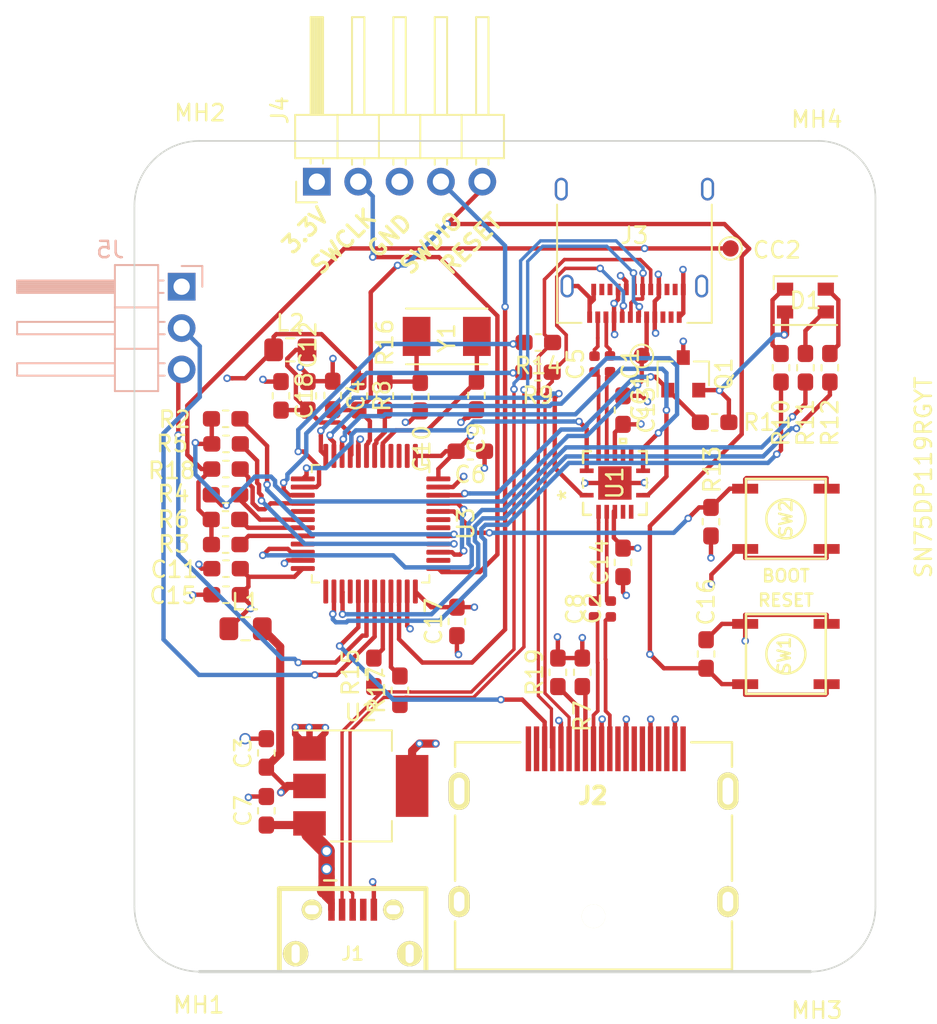
<source format=kicad_pcb>
(kicad_pcb (version 20171130) (host pcbnew "(5.0.0-rc3)")
  (layers (0 F.Cu signal) (1 In1.Cu power) (2 In2.Cu power) (31 B.Cu signal) (34 B.Paste user) (35 F.Paste user) (36 B.SilkS user) (37 F.SilkS user) (38 B.Mask user) (39 F.Mask user) (44 Edge.Cuts user))
  (net 0 "")
  (net 1 /D+)
  (net 2 "Net-(J1-Pad4)")
  (net 3 GND)
  (net 4 /D-)
  (net 5 VBUS)
  (net 6 /AUX-)
  (net 7 /DP_PWR)
  (net 8 /RETPOW)
  (net 9 /AUX+)
  (net 10 /HPD)
  (net 11 /CC2)
  (net 12 /CC1)
  (net 13 VOD_CTL)
  (net 14 PRE_CTL)
  (net 15 /DP_IN_0+)
  (net 16 /DP_IN_0-)
  (net 17 /DP_IN_1+)
  (net 18 /DP_IN_1-)
  (net 19 EN_CTL)
  (net 20 EQ_CTL)
  (net 21 /DP_OUT_0-)
  (net 22 /DP_OUT_0+)
  (net 23 "Net-(U3-Pad2)")
  (net 24 "Net-(U3-Pad3)")
  (net 25 "Net-(U3-Pad4)")
  (net 26 "Net-(U3-Pad25)")
  (net 27 "Net-(U3-Pad28)")
  (net 28 "Net-(U3-Pad38)")
  (net 29 /DP_IN_2+)
  (net 30 /DP_IN_2-)
  (net 31 /DP_IN_3+)
  (net 32 /DP_IN_3-)
  (net 33 "Net-(J3-PadA2)")
  (net 34 "Net-(J3-PadA3)")
  (net 35 "Net-(J3-PadB10)")
  (net 36 "Net-(J3-PadB11)")
  (net 37 /nRESET)
  (net 38 VBUS_EN)
  (net 39 "Net-(R9-Pad2)")
  (net 40 "Net-(J3-PadA4)")
  (net 41 /EXT_3.3V)
  (net 42 /CC2_RX)
  (net 43 /LED_B_L)
  (net 44 "Net-(D1-Pad4)")
  (net 45 "Net-(D1-Pad3)")
  (net 46 /LED_G_L)
  (net 47 /LED_R_L)
  (net 48 /CC2_TX)
  (net 49 /CC2_EN)
  (net 50 /CC1_EN)
  (net 51 /CC1_TX)
  (net 52 /CC1_RX)
  (net 53 +3V3)
  (net 54 "Net-(C9-Pad1)")
  (net 55 "Net-(C10-Pad1)")
  (net 56 /TX_CLK)
  (net 57 /SWCLK)
  (net 58 /SWDIO)
  (net 59 /UART_TX)
  (net 60 /UART_RX)
  (net 61 /BOOT)
  (net 62 "Net-(D1-Pad1)")
  (net 63 "Net-(C2-Pad2)")
  (net 64 VDDA)
  (net 65 "Net-(U1-Pad5)")
  (net 66 "Net-(U1-Pad6)")
  (net 67 "Net-(U1-Pad9)")
  (net 68 "Net-(U1-Pad10)")
  (net 69 "Net-(R16-Pad1)")
  (net 70 "Net-(R14-Pad2)")
  (net 71 "Net-(R17-Pad2)")
  (net 72 "Net-(U3-Pad43)")
  (net 73 /CONFIG1)
  (net 74 /CONFIG2)
  (net 75 "Net-(J3-PadB2)")
  (net 76 "Net-(J3-PadB3)")
  (net 77 "Net-(C8-Pad2)")
  (net 78 "Net-(C1-Pad1)")
  (net 79 "Net-(C5-Pad1)")
  (net 80 "Net-(R15-Pad2)")
  (net 81 VDD)
  (net 82 "Net-(U3-Pad42)")
  (net 83 "Net-(U3-Pad21)")
  (net 84 "Net-(U3-Pad17)")
  (module Capacitor_SMD:C_0603_1608Metric_Pad1.05x0.95mm_HandSolder (layer F.Cu) (at 31.125 59.26)
    (fp_text reference C11 (at -3.175 0.05) (layer F.SilkS))
    (fp_text value 4u7)
    (pad 2 smd roundrect (at 0.875 0) (size 1.05 0.95) (layers F.Cu F.Paste F.Mask) (net 81 VDD))
    (pad 1 smd roundrect (at -0.875 0) (size 1.05 0.95) (layers F.Cu F.Paste F.Mask) (net 3 GND))
  )
  (module MountingHole:MountingHole_2.5mm (layer F.Cu) (at 67.5 36.5)
    (fp_text reference MH4 (at -0.1 -4.825) (layer F.SilkS))
    (fp_text value MountingHole)
    (pad 1 np_thru_hole circle (at 0 0) (size 2.5 2.5) (drill 2.5) (layers *.Cu *.Mask))
  )
  (module Capacitor_SMD:C_0402_1005Metric (layer F.Cu) (at 53.7171 61.73376 90)
    (fp_text reference C8 (at 0 -1.17 90) (layer F.SilkS))
    (fp_text value 100n)
    (pad 1 smd roundrect (at -0.485 0 90) (size 0.59 0.64) (layers F.Cu F.Paste F.Mask) (net 15 /DP_IN_0+))
    (pad 2 smd roundrect (at 0.485 0 90) (size 0.59 0.64) (layers F.Cu F.Paste F.Mask) (net 77 "Net-(C8-Pad2)"))
  )
  (module Package_TO_SOT_SMD:SOT-223-3_TabPin2 (layer F.Cu) (at 39.4 72.6)
    (fp_text reference U2 (at 0 -4.5) (layer F.SilkS))
    (fp_text value LD1117S33TR)
    (pad 2 smd rect (at 3.15 0) (size 2 3.8) (layers F.Cu F.Paste F.Mask) (net 53 +3V3))
    (pad 2 smd rect (at -3.15 0) (size 2 1.5) (layers F.Cu F.Paste F.Mask) (net 53 +3V3))
    (pad 3 smd rect (at -3.15 2.3) (size 2 1.5) (layers F.Cu F.Paste F.Mask) (net 5 VBUS))
    (pad 1 smd rect (at -3.15 -2.3) (size 2 1.5) (layers F.Cu F.Paste F.Mask) (net 3 GND))
  )
  (module MountingHole:MountingHole_2.5mm (layer F.Cu) (at 67.5 80)
    (fp_text reference MH3 (at -0.1 6.375) (layer F.SilkS))
    (fp_text value MountingHole)
    (pad 1 np_thru_hole circle (at 0 0) (size 2.5 2.5) (drill 2.5) (layers *.Cu *.Mask))
  )
  (module Connector_PinHeader_2.54mm:PinHeader_1x03_P2.54mm_Horizontal (layer B.Cu) (at 28.4 41.95 180)
    (fp_text reference J5 (at 4.385 2.27 180) (layer B.SilkS) (effects (justify mirror)))
    (fp_text value Conn_01x03_Male)
    (pad 1 thru_hole rect (at 0 0 180) (size 1.7 1.7) (drill 1) (layers *.Cu *.Mask) (net 3 GND))
    (pad 2 thru_hole oval (at 0 -2.54 180) (size 1.7 1.7) (drill 1) (layers *.Cu *.Mask) (net 60 /UART_RX))
    (pad 3 thru_hole oval (at 0 -5.08 180) (size 1.7 1.7) (drill 1) (layers *.Cu *.Mask) (net 59 /UART_TX))
  )
  (module Connector_PinHeader_2.54mm:PinHeader_1x05_P2.54mm_Horizontal (layer F.Cu) (at 36.7 35.5 90)
    (fp_text reference J4 (at 4.385 -2.27 90) (layer F.SilkS))
    (fp_text value Conn_01x05_Male)
    (pad 1 thru_hole rect (at 0 0 90) (size 1.7 1.7) (drill 1) (layers *.Cu *.Mask) (net 41 /EXT_3.3V))
    (pad 2 thru_hole oval (at 0 2.54 90) (size 1.7 1.7) (drill 1) (layers *.Cu *.Mask) (net 57 /SWCLK))
    (pad 3 thru_hole oval (at 0 5.08 90) (size 1.7 1.7) (drill 1) (layers *.Cu *.Mask) (net 3 GND))
    (pad 4 thru_hole oval (at 0 7.62 90) (size 1.7 1.7) (drill 1) (layers *.Cu *.Mask) (net 58 /SWDIO))
    (pad 5 thru_hole oval (at 0 10.16 90) (size 1.7 1.7) (drill 1) (layers *.Cu *.Mask) (net 37 /nRESET))
  )
  (module MountingHole:MountingHole_2.5mm (layer F.Cu) (at 29.5 37)
    (fp_text reference MH2 (at 0.025 -5.725) (layer F.SilkS))
    (fp_text value MountingHole)
    (pad 1 np_thru_hole circle (at 0 0) (size 2.5 2.5) (drill 2.5) (layers *.Cu *.Mask))
  )
  (module MountingHole:MountingHole_2.5mm (layer F.Cu) (at 29.5 80)
    (fp_text reference MH1 (at -0.05 6.05) (layer F.SilkS))
    (fp_text value MountingHole)
    (pad 1 np_thru_hole circle (at 0 0) (size 2.5 2.5) (drill 2.5) (layers *.Cu *.Mask))
  )
  (module Resistor_SMD:R_0603_1608Metric_Pad1.05x0.95mm_HandSolder (layer F.Cu) (at 31.12 53.145 180)
    (fp_text reference R18 (at 3.33 -0.095 180) (layer F.SilkS))
    (fp_text value 97.6)
    (pad 2 smd roundrect (at 0.875 0 180) (size 1.05 0.95) (layers F.Cu F.Paste F.Mask) (net 11 /CC2))
    (pad 1 smd roundrect (at -0.875 0 180) (size 1.05 0.95) (layers F.Cu F.Paste F.Mask) (net 48 /CC2_TX))
  )
  (module Resistor_SMD:R_0603_1608Metric_Pad1.05x0.95mm_HandSolder (layer F.Cu) (at 51.5 65.625 90)
    (fp_text reference R19 (at 0 -1.43 90) (layer F.SilkS))
    (fp_text value 1M)
    (pad 1 smd roundrect (at -0.875 0 90) (size 1.05 0.95) (layers F.Cu F.Paste F.Mask) (net 74 /CONFIG2))
    (pad 2 smd roundrect (at 0.875 0 90) (size 1.05 0.95) (layers F.Cu F.Paste F.Mask) (net 3 GND))
  )
  (module Capacitor_SMD:C_0402_1005Metric (layer F.Cu) (at 54.7 46.685 90)
    (fp_text reference C1 (at 0 1.25 90) (layer F.SilkS))
    (fp_text value 100n)
    (pad 1 smd roundrect (at -0.485 0 90) (size 0.59 0.64) (layers F.Cu F.Paste F.Mask) (net 78 "Net-(C1-Pad1)"))
    (pad 2 smd roundrect (at 0.485 0 90) (size 0.59 0.64) (layers F.Cu F.Paste F.Mask) (net 21 /DP_OUT_0-))
  )
  (module Capacitor_SMD:C_0402_1005Metric (layer F.Cu) (at 53.75 46.7 90)
    (fp_text reference C5 (at 0 -1.17 90) (layer F.SilkS))
    (fp_text value 100n)
    (pad 2 smd roundrect (at 0.485 0 90) (size 0.59 0.64) (layers F.Cu F.Paste F.Mask) (net 22 /DP_OUT_0+))
    (pad 1 smd roundrect (at -0.485 0 90) (size 0.59 0.64) (layers F.Cu F.Paste F.Mask) (net 79 "Net-(C5-Pad1)"))
  )
  (module Capacitor_SMD:C_0603_1608Metric_Pad1.05x0.95mm_HandSolder (layer F.Cu) (at 55.5 49.525 270)
    (fp_text reference C13 (at 0 -1.43 270) (layer F.SilkS))
    (fp_text value 100n)
    (pad 2 smd roundrect (at 0.875 0 270) (size 1.05 0.95) (layers F.Cu F.Paste F.Mask) (net 53 +3V3))
    (pad 1 smd roundrect (at -0.875 0 270) (size 1.05 0.95) (layers F.Cu F.Paste F.Mask) (net 3 GND))
  )
  (module Capacitor_SMD:C_0603_1608Metric_Pad1.05x0.95mm_HandSolder (layer F.Cu) (at 55.5 58.875 90)
    (fp_text reference C14 (at 0 -1.43 90) (layer F.SilkS))
    (fp_text value 100n)
    (pad 1 smd roundrect (at -0.875 0 90) (size 1.05 0.95) (layers F.Cu F.Paste F.Mask) (net 3 GND))
    (pad 2 smd roundrect (at 0.875 0 90) (size 1.05 0.95) (layers F.Cu F.Paste F.Mask) (net 53 +3V3))
  )
  (module Capacitor_SMD:C_0603_1608Metric_Pad1.05x0.95mm_HandSolder (layer F.Cu) (at 31.125 60.86)
    (fp_text reference C15 (at -3.25 0.05) (layer F.SilkS))
    (fp_text value 100n)
    (pad 2 smd roundrect (at 0.875 0) (size 1.05 0.95) (layers F.Cu F.Paste F.Mask) (net 81 VDD))
    (pad 1 smd roundrect (at -0.875 0) (size 1.05 0.95) (layers F.Cu F.Paste F.Mask) (net 3 GND))
  )
  (module Capacitor_SMD:C_0603_1608Metric_Pad1.05x0.95mm_HandSolder (layer F.Cu) (at 34.5 48.65 270)
    (fp_text reference C18 (at 0 -1.43 270) (layer F.SilkS))
    (fp_text value 100n)
    (pad 1 smd roundrect (at -0.875 0 270) (size 1.05 0.95) (layers F.Cu F.Paste F.Mask) (net 3 GND))
    (pad 2 smd roundrect (at 0.875 0 270) (size 1.05 0.95) (layers F.Cu F.Paste F.Mask) (net 64 VDDA))
  )
  (module Inductor_SMD:L_0805_2012Metric_Pad1.15x1.40mm_HandSolder (layer F.Cu) (at 35.075 45.825)
    (fp_text reference L2 (at 0 -1.65) (layer F.SilkS))
    (fp_text value MH2029-300Y)
    (pad 2 smd roundrect (at 1.025 0) (size 1.15 1.4) (layers F.Cu F.Paste F.Mask) (roundrect_rratio 0.217391) (net 64 VDDA))
    (pad 1 smd roundrect (at -1.025 0) (size 1.15 1.4) (layers F.Cu F.Paste F.Mask) (roundrect_rratio 0.217391) (net 53 +3V3))
  )
  (module Inductor_SMD:L_0805_2012Metric_Pad1.15x1.40mm_HandSolder (layer F.Cu) (at 32.325 62.95)
    (fp_text reference L1 (at 0 -1.65) (layer F.SilkS))
    (fp_text value MH2029-300Y)
    (pad 1 smd roundrect (at -1.025 0) (size 1.15 1.4) (layers F.Cu F.Paste F.Mask) (roundrect_rratio 0.217391) (net 81 VDD))
    (pad 2 smd roundrect (at 1.025 0) (size 1.15 1.4) (layers F.Cu F.Paste F.Mask) (roundrect_rratio 0.217391) (net 53 +3V3))
  )
  (module SN75DP119:SN75DP119RGYT (layer F.Cu) (at 55 54 90)
    (fp_text reference U1 (at 0 0 90) (layer F.SilkS))
    (fp_text value SN75DP119RGYT (at 0.35 18.95 90) (layer F.SilkS))
    (fp_text user * (at -0.75 -2.943342 90) (layer F.SilkS))
    (pad 1 smd rect (at -0.750001 -1.731 90) (size 0.279908 0.849884) (layers F.Cu F.Paste F.Mask) (net 14 PRE_CTL))
    (pad 2 smd rect (at -1.769001 -1.000001 180) (size 0.279908 0.849884) (layers F.Cu F.Paste F.Mask) (net 77 "Net-(C8-Pad2)"))
    (pad 3 smd rect (at -1.769001 -0.499999 180) (size 0.279908 0.849884) (layers F.Cu F.Paste F.Mask) (net 63 "Net-(C2-Pad2)"))
    (pad 4 smd rect (at -1.769001 0 180) (size 0.279908 0.849884) (layers F.Cu F.Paste F.Mask) (net 53 +3V3))
    (pad 5 smd rect (at -1.769001 0.499999 180) (size 0.279908 0.849884) (layers F.Cu F.Paste F.Mask) (net 65 "Net-(U1-Pad5)"))
    (pad 6 smd rect (at -1.769001 1.000001 180) (size 0.279908 0.849884) (layers F.Cu F.Paste F.Mask) (net 66 "Net-(U1-Pad6)"))
    (pad 7 smd rect (at -0.750001 1.731 90) (size 0.279908 0.849884) (layers F.Cu F.Paste F.Mask) (net 19 EN_CTL))
    (pad 8 smd rect (at 0.750001 1.731 90) (size 0.279908 0.849884) (layers F.Cu F.Paste F.Mask) (net 20 EQ_CTL))
    (pad 9 smd rect (at 1.769001 1.000001 180) (size 0.279908 0.849884) (layers F.Cu F.Paste F.Mask) (net 67 "Net-(U1-Pad9)"))
    (pad 10 smd rect (at 1.769001 0.499999 180) (size 0.279908 0.849884) (layers F.Cu F.Paste F.Mask) (net 68 "Net-(U1-Pad10)"))
    (pad 11 smd rect (at 1.769001 0 180) (size 0.279908 0.849884) (layers F.Cu F.Paste F.Mask) (net 53 +3V3))
    (pad 12 smd rect (at 1.769001 -0.499999 180) (size 0.279908 0.849884) (layers F.Cu F.Paste F.Mask) (net 78 "Net-(C1-Pad1)"))
    (pad 13 smd rect (at 1.769001 -1.000001 180) (size 0.279908 0.849884) (layers F.Cu F.Paste F.Mask) (net 79 "Net-(C5-Pad1)"))
    (pad 14 smd rect (at 0.750001 -1.731 90) (size 0.279908 0.849884) (layers F.Cu F.Paste F.Mask) (net 13 VOD_CTL))
    (pad 15 smd rect (at 0 0 90) (size 2.05 2.05) (layers F.Cu F.Paste F.Mask) (net 3 GND))
  )
  (module Capacitor_SMD:C_0603_1608Metric_Pad1.05x0.95mm_HandSolder (layer F.Cu) (at 45.3 62.5 90)
    (fp_text reference C17 (at 0 -1.43 90) (layer F.SilkS))
    (fp_text value 100n)
    (pad 1 smd roundrect (at -0.875 0 90) (size 1.05 0.95) (layers F.Cu F.Paste F.Mask) (net 3 GND))
    (pad 2 smd roundrect (at 0.875 0 90) (size 1.05 0.95) (layers F.Cu F.Paste F.Mask) (net 81 VDD))
  )
  (module EVQPLMA15:EVQPLMA15 (layer F.Cu) (at 65.5 56.2 90)
    (fp_text reference SW2 (at 0 0 90) (layer F.SilkS) (effects (font (size 0.75 0.75))))
    (fp_text value BOOT (at -3.5 0 180) (layer F.SilkS) (effects (font (size 0.75 0.75))))
    (pad 1 smd rect (at -1.85 2.5 90) (size 0.6 1.6) (layers F.Cu F.Paste F.Mask) (net 53 +3V3))
    (pad 2 smd rect (at 1.85 2.5 90) (size 0.6 1.6) (layers F.Cu F.Paste F.Mask) (net 61 /BOOT))
    (pad 2 smd rect (at 1.85 -2.5 90) (size 0.6 1.6) (layers F.Cu F.Paste F.Mask) (net 61 /BOOT))
    (pad 1 smd rect (at -1.85 -2.5 90) (size 0.6 1.6) (layers F.Cu F.Paste F.Mask) (net 53 +3V3))
  )
  (module EVQPLMA15:EVQPLMA15 (layer F.Cu) (at 65.5 64.5 90)
    (fp_text reference SW1 (at -0.1 -0.1 90) (layer F.SilkS) (effects (font (size 0.75 0.75))))
    (fp_text value RESET (at 3.3 0 180) (layer F.SilkS) (effects (font (size 0.75 0.75))))
    (pad 1 smd rect (at -1.85 -2.5 90) (size 0.6 1.6) (layers F.Cu F.Paste F.Mask) (net 37 /nRESET))
    (pad 2 smd rect (at 1.85 -2.5 90) (size 0.6 1.6) (layers F.Cu F.Paste F.Mask) (net 3 GND))
    (pad 2 smd rect (at 1.85 2.5 90) (size 0.6 1.6) (layers F.Cu F.Paste F.Mask) (net 3 GND))
    (pad 1 smd rect (at -1.85 2.5 90) (size 0.6 1.6) (layers F.Cu F.Paste F.Mask) (net 37 /nRESET))
  )
  (module Resistor_SMD:R_0603_1608Metric_Pad1.05x0.95mm_HandSolder (layer F.Cu) (at 65.2 46.925 270)
    (fp_text reference R10 (at 3.375 0 270) (layer F.SilkS))
    (fp_text value 806)
    (pad 2 smd roundrect (at 0.875 0 270) (size 1.05 0.95) (layers F.Cu F.Paste F.Mask) (net 47 /LED_R_L))
    (pad 1 smd roundrect (at -0.875 0 270) (size 1.05 0.95) (layers F.Cu F.Paste F.Mask) (net 62 "Net-(D1-Pad1)"))
  )
  (module Resistor_SMD:R_0603_1608Metric_Pad1.05x0.95mm_HandSolder (layer F.Cu) (at 66.7 46.925 270)
    (fp_text reference R11 (at 3.375 0 270) (layer F.SilkS))
    (fp_text value 576)
    (pad 2 smd roundrect (at 0.875 0 270) (size 1.05 0.95) (layers F.Cu F.Paste F.Mask) (net 46 /LED_G_L))
    (pad 1 smd roundrect (at -0.875 0 270) (size 1.05 0.95) (layers F.Cu F.Paste F.Mask) (net 45 "Net-(D1-Pad3)"))
  )
  (module Resistor_SMD:R_0603_1608Metric_Pad1.05x0.95mm_HandSolder (layer F.Cu) (at 68.2 46.925 270)
    (fp_text reference R12 (at 3.375 0 270) (layer F.SilkS))
    (fp_text value 604)
    (pad 2 smd roundrect (at 0.875 0 270) (size 1.05 0.95) (layers F.Cu F.Paste F.Mask) (net 43 /LED_B_L))
    (pad 1 smd roundrect (at -0.875 0 270) (size 1.05 0.95) (layers F.Cu F.Paste F.Mask) (net 44 "Net-(D1-Pad4)"))
  )
  (module LED_SMD:LED_Cree-PLCC4_3.2x2.8mm_CCW (layer F.Cu) (at 66.7 42.8)
    (fp_text reference D1 (at 0 0) (layer F.SilkS))
    (fp_text value LED_ARGB)
    (pad 2 smd rect (at -1.25 0.7) (size 1 0.8) (layers F.Cu F.Paste F.Mask) (net 5 VBUS))
    (pad 3 smd rect (at 1.25 0.7) (size 1 0.8) (layers F.Cu F.Paste F.Mask) (net 45 "Net-(D1-Pad3)"))
    (pad 4 smd rect (at 1.25 -0.7) (size 1 0.8) (layers F.Cu F.Paste F.Mask) (net 44 "Net-(D1-Pad4)"))
    (pad 1 smd rect (at -1.25 -0.7) (size 1 0.8) (layers F.Cu F.Paste F.Mask) (net 62 "Net-(D1-Pad1)"))
  )
  (module Displayport:DP1RD20JQ1R400 (layer F.Cu) (at 53.68916 72.91978)
    (fp_text reference J2 (at -0.03916 0.28022) (layer F.SilkS) (effects (font (size 1.016 1.016) (thickness 0.254))))
    (fp_text value 2040210-1 hide)
    (pad 12 smd rect (at 0 -2.6) (size 0.3302 2.75) (layers F.Cu F.Paste F.Mask) (net 15 /DP_IN_0+))
    (pad 11 smd rect (at 0.5 -2.6) (size 0.3302 2.75) (layers F.Cu F.Paste F.Mask) (net 3 GND))
    (pad 10 smd rect (at 1 -2.6) (size 0.3302 2.75) (layers F.Cu F.Paste F.Mask) (net 16 /DP_IN_0-))
    (pad 9 smd rect (at 1.5 -2.6) (size 0.3302 2.75) (layers F.Cu F.Paste F.Mask) (net 17 /DP_IN_1+))
    (pad 8 smd rect (at 2 -2.6) (size 0.3302 2.75) (layers F.Cu F.Paste F.Mask) (net 3 GND))
    (pad 7 smd rect (at 2.5 -2.6) (size 0.3302 2.75) (layers F.Cu F.Paste F.Mask) (net 18 /DP_IN_1-))
    (pad 6 smd rect (at 3 -2.6) (size 0.3302 2.75) (layers F.Cu F.Paste F.Mask) (net 29 /DP_IN_2+))
    (pad 5 smd rect (at 3.5 -2.6) (size 0.3302 2.75) (layers F.Cu F.Paste F.Mask) (net 3 GND))
    (pad 4 smd rect (at 4 -2.6) (size 0.3302 2.75) (layers F.Cu F.Paste F.Mask) (net 30 /DP_IN_2-))
    (pad 3 smd rect (at 4.5 -2.6) (size 0.3302 2.75) (layers F.Cu F.Paste F.Mask) (net 31 /DP_IN_3+))
    (pad 13 smd rect (at -0.5 -2.6) (size 0.3302 2.75) (layers F.Cu F.Paste F.Mask) (net 73 /CONFIG1))
    (pad 14 smd rect (at -1 -2.6) (size 0.3302 2.75) (layers F.Cu F.Paste F.Mask) (net 74 /CONFIG2))
    (pad 15 smd rect (at -1.5 -2.6) (size 0.3302 2.75) (layers F.Cu F.Paste F.Mask) (net 9 /AUX+))
    (pad 16 smd rect (at -2 -2.6) (size 0.3302 2.75) (layers F.Cu F.Paste F.Mask) (net 3 GND))
    (pad 17 smd rect (at -2.5 -2.6) (size 0.3302 2.75) (layers F.Cu F.Paste F.Mask) (net 6 /AUX-))
    (pad 18 smd rect (at -3 -2.6) (size 0.3302 2.75) (layers F.Cu F.Paste F.Mask) (net 10 /HPD))
    (pad 19 smd rect (at -3.5 -2.6) (size 0.3302 2.75) (layers F.Cu F.Paste F.Mask) (net 8 /RETPOW))
    (pad 20 smd rect (at -4 -2.6) (size 0.3302 2.75) (layers F.Cu F.Paste F.Mask) (net 7 /DP_PWR))
    (pad SH thru_hole oval (at -8.25 0) (size 1.3 2.3) (drill oval 0.65 1.65) (layers *.Cu *.Mask F.SilkS) (net 3 GND))
    (pad SH thru_hole oval (at 8.25 0) (size 1.3 2.3) (drill oval 0.65 1.65) (layers *.Cu *.Mask F.SilkS) (net 3 GND))
    (pad SH thru_hole oval (at -8.25 6.78) (size 1.3 1.9) (drill oval 0.65 1.2) (layers *.Cu *.Mask F.SilkS) (net 3 GND))
    (pad SH thru_hole oval (at 8.25 6.78) (size 1.3 1.9) (drill oval 0.65 1.2) (layers *.Cu *.Mask F.SilkS) (net 3 GND))
    (pad "" np_thru_hole circle (at 0 7.68) (size 1.45 1.45) (drill 1.45) (layers *.Cu *.Mask F.SilkS))
    (pad 2 smd rect (at 5 -2.6) (size 0.3302 2.75) (layers F.Cu F.Paste F.Mask) (net 3 GND))
    (pad 1 smd rect (at 5.5 -2.6) (size 0.3302 2.75) (layers F.Cu F.Paste F.Mask) (net 32 /DP_IN_3-))
  )
  (module USB_MicroB:CONN-10118194-0001LF-FCI (layer F.Cu) (at 38.9 82.9)
    (fp_text reference J1 (at 0 0) (layer F.SilkS) (effects (font (size 0.8 0.8))))
    (fp_text value USB_B_Micro)
    (pad SH thru_hole oval (at 2.5 -2.7) (size 1.25 1.25) (drill oval 0.85 0.55) (layers *.Cu *.Mask F.SilkS) (net 3 GND))
    (pad SH thru_hole oval (at -2.5 -2.7) (size 1.25 1.25) (drill oval 0.85 0.55) (layers *.Cu *.Mask F.SilkS) (net 3 GND))
    (pad SH thru_hole oval (at 3.5 0) (size 1.55 1.55) (drill oval 0.5 1.15) (layers *.Cu *.Mask F.SilkS) (net 3 GND))
    (pad SH thru_hole oval (at -3.5 0) (size 1.55 1.55) (drill oval 0.5 1.15) (layers *.Cu *.Mask F.SilkS) (net 3 GND))
    (pad 5 smd rect (at 1.3 -2.7) (size 0.4 1.35) (layers F.Cu F.Paste F.Mask) (net 3 GND))
    (pad 4 smd rect (at 0.65 -2.7) (size 0.4 1.35) (layers F.Cu F.Paste F.Mask) (net 2 "Net-(J1-Pad4)"))
    (pad 3 smd rect (at 0 -2.7) (size 0.4 1.35) (layers F.Cu F.Paste F.Mask) (net 1 /D+))
    (pad 2 smd rect (at -0.65 -2.7) (size 0.4 1.35) (layers F.Cu F.Paste F.Mask) (net 4 /D-))
    (pad 1 smd rect (at -1.3 -2.7) (size 0.4 1.35) (layers F.Cu F.Paste F.Mask) (net 5 VBUS))
  )
  (module Resistor_SMD:R_0603_1608Metric_Pad1.05x0.95mm_HandSolder (layer F.Cu) (at 41.8 66.725 90)
    (fp_text reference R17 (at 0 -1.43 90) (layer F.SilkS))
    (fp_text value 0)
    (pad 2 smd roundrect (at 0.875 0 90) (size 1.05 0.95) (layers F.Cu F.Paste F.Mask) (net 71 "Net-(R17-Pad2)"))
    (pad 1 smd roundrect (at -0.875 0 90) (size 1.05 0.95) (layers F.Cu F.Paste F.Mask) (net 1 /D+))
  )
  (module Connector_USB:USB_C_Receptacle_Amphenol_12401610E4-2A (layer F.Cu) (at 56.2 38.8 180)
    (fp_text reference J3 (at 0 0 180) (layer F.SilkS))
    (fp_text value USB_C_Receptacle)
    (pad B12 smd rect (at -3 -3.32 180) (size 0.3 0.7) (layers F.Cu F.Paste F.Mask) (net 3 GND))
    (pad B11 smd rect (at -2.5 -3.32 180) (size 0.3 0.7) (layers F.Cu F.Paste F.Mask) (net 36 "Net-(J3-PadB11)"))
    (pad B10 smd rect (at -2 -3.32 180) (size 0.3 0.7) (layers F.Cu F.Paste F.Mask) (net 35 "Net-(J3-PadB10)"))
    (pad B9 smd rect (at -1.5 -3.32 180) (size 0.3 0.7) (layers F.Cu F.Paste F.Mask) (net 40 "Net-(J3-PadA4)"))
    (pad B8 smd rect (at -1 -3.32 180) (size 0.3 0.7) (layers F.Cu F.Paste F.Mask) (net 6 /AUX-))
    (pad B7 smd rect (at -0.5 -3.32 180) (size 0.3 0.7) (layers F.Cu F.Paste F.Mask) (net 4 /D-))
    (pad B6 smd rect (at 0 -3.32 180) (size 0.3 0.7) (layers F.Cu F.Paste F.Mask) (net 1 /D+))
    (pad B5 smd rect (at 0.5 -3.32 180) (size 0.3 0.7) (layers F.Cu F.Paste F.Mask) (net 11 /CC2))
    (pad B4 smd rect (at 1 -3.32 180) (size 0.3 0.7) (layers F.Cu F.Paste F.Mask) (net 40 "Net-(J3-PadA4)"))
    (pad B3 smd rect (at 1.5 -3.32 180) (size 0.3 0.7) (layers F.Cu F.Paste F.Mask) (net 76 "Net-(J3-PadB3)"))
    (pad B2 smd rect (at 2 -3.32 180) (size 0.3 0.7) (layers F.Cu F.Paste F.Mask) (net 75 "Net-(J3-PadB2)"))
    (pad "" np_thru_hole circle (at -3.6 -4.36 180) (size 0.65 0.65) (drill 0.65) (layers *.Cu *.Mask))
    (pad "" np_thru_hole oval (at 3.6 -4.36 180) (size 0.95 0.65) (drill oval 0.95 0.65) (layers *.Cu *.Mask))
    (pad S1 thru_hole oval (at -4.49 2.84 180) (size 0.8 1.4) (drill oval 0.5 1.1) (layers *.Cu *.Mask) (net 3 GND))
    (pad S1 thru_hole oval (at 4.49 2.84 180) (size 0.8 1.4) (drill oval 0.5 1.1) (layers *.Cu *.Mask) (net 3 GND))
    (pad S1 thru_hole oval (at 4.13 -3.11 180) (size 0.8 1.4) (drill oval 0.5 1.1) (layers *.Cu *.Mask) (net 3 GND))
    (pad B1 smd rect (at 2.5 -3.32 180) (size 0.3 0.7) (layers F.Cu F.Paste F.Mask) (net 3 GND))
    (pad A11 smd rect (at 2.25 -5.02 180) (size 0.3 0.7) (layers F.Cu F.Paste F.Mask) (net 22 /DP_OUT_0+))
    (pad A8 smd rect (at 0.75 -5.02 180) (size 0.3 0.7) (layers F.Cu F.Paste F.Mask) (net 9 /AUX+))
    (pad A9 smd rect (at 1.25 -5.02 180) (size 0.3 0.7) (layers F.Cu F.Paste F.Mask) (net 40 "Net-(J3-PadA4)"))
    (pad A10 smd rect (at 1.75 -5.02 180) (size 0.3 0.7) (layers F.Cu F.Paste F.Mask) (net 21 /DP_OUT_0-))
    (pad A12 smd rect (at 2.75 -5.02 180) (size 0.3 0.7) (layers F.Cu F.Paste F.Mask) (net 3 GND))
    (pad A7 smd rect (at 0.25 -5.02 180) (size 0.3 0.7) (layers F.Cu F.Paste F.Mask) (net 4 /D-))
    (pad A6 smd rect (at -0.25 -5.02 180) (size 0.3 0.7) (layers F.Cu F.Paste F.Mask) (net 1 /D+))
    (pad A5 smd rect (at -0.75 -5.02 180) (size 0.3 0.7) (layers F.Cu F.Paste F.Mask) (net 12 /CC1))
    (pad A4 smd rect (at -1.25 -5.02 180) (size 0.3 0.7) (layers F.Cu F.Paste F.Mask) (net 40 "Net-(J3-PadA4)"))
    (pad A3 smd rect (at -1.75 -5.02 180) (size 0.3 0.7) (layers F.Cu F.Paste F.Mask) (net 34 "Net-(J3-PadA3)"))
    (pad A2 smd rect (at -2.25 -5.02 180) (size 0.3 0.7) (layers F.Cu F.Paste F.Mask) (net 33 "Net-(J3-PadA2)"))
    (pad A1 smd rect (at -2.75 -5.02 180) (size 0.3 0.7) (layers F.Cu F.Paste F.Mask) (net 3 GND))
    (pad S1 thru_hole oval (at -4.13 -3.11 180) (size 0.8 1.4) (drill oval 0.5 1.1) (layers *.Cu *.Mask) (net 3 GND))
  )
  (module Capacitor_SMD:C_0603_1608Metric_Pad1.05x0.95mm_HandSolder (layer F.Cu) (at 60.6 64.5 270)
    (fp_text reference C16 (at -3.2 0 270) (layer F.SilkS))
    (fp_text value 100n)
    (pad 2 smd roundrect (at 0.875 0 270) (size 1.05 0.95) (layers F.Cu F.Paste F.Mask) (net 37 /nRESET))
    (pad 1 smd roundrect (at -0.875 0 270) (size 1.05 0.95) (layers F.Cu F.Paste F.Mask) (net 3 GND))
  )
  (module Resistor_SMD:R_0603_1608Metric_Pad1.05x0.95mm_HandSolder (layer F.Cu) (at 40.875 48.65 90)
    (fp_text reference R16 (at 3.275 0 90) (layer F.SilkS))
    (fp_text value 390)
    (pad 2 smd roundrect (at 0.875 0 90) (size 1.05 0.95) (layers F.Cu F.Paste F.Mask) (net 55 "Net-(C10-Pad1)"))
    (pad 1 smd roundrect (at -0.875 0 90) (size 1.05 0.95) (layers F.Cu F.Paste F.Mask) (net 69 "Net-(R16-Pad1)"))
  )
  (module Crystal:Crystal_SMD_TXC_7A-2Pin_5x3.2mm (layer F.Cu) (at 44.675 45 180)
    (fp_text reference Y1 (at 0 -0.1 -90) (layer F.SilkS))
    (fp_text value 8MHZ)
    (pad 2 smd rect (at 1.85 0 180) (size 1.7 2.4) (layers F.Cu F.Paste F.Mask) (net 55 "Net-(C10-Pad1)"))
    (pad 1 smd rect (at -1.85 0 180) (size 1.7 2.4) (layers F.Cu F.Paste F.Mask) (net 54 "Net-(C9-Pad1)"))
  )
  (module Capacitor_SMD:C_0402_1005Metric (layer F.Cu) (at 54.75 61.735 90)
    (fp_text reference C2 (at 0.03376 -1.1171 90) (layer F.SilkS))
    (fp_text value 100n)
    (pad 2 smd roundrect (at 0.485 0 90) (size 0.59 0.64) (layers F.Cu F.Paste F.Mask) (net 63 "Net-(C2-Pad2)"))
    (pad 1 smd roundrect (at -0.485 0 90) (size 0.59 0.64) (layers F.Cu F.Paste F.Mask) (net 16 /DP_IN_0-))
  )
  (module Resistor_SMD:R_0603_1608Metric_Pad1.05x0.95mm_HandSolder (layer F.Cu) (at 60.9 56.375 270)
    (fp_text reference R13 (at -3.2 -0.075 270) (layer F.SilkS))
    (fp_text value 100k)
    (pad 2 smd roundrect (at 0.875 0 270) (size 1.05 0.95) (layers F.Cu F.Paste F.Mask) (net 3 GND))
    (pad 1 smd roundrect (at -0.875 0 270) (size 1.05 0.95) (layers F.Cu F.Paste F.Mask) (net 61 /BOOT))
  )
  (module Resistor_SMD:R_0603_1608Metric_Pad1.05x0.95mm_HandSolder (layer F.Cu) (at 50.3 45.375 180)
    (fp_text reference R14 (at 0 -1.43 180) (layer F.SilkS))
    (fp_text value 0)
    (pad 2 smd roundrect (at 0.875 0 180) (size 1.05 0.95) (layers F.Cu F.Paste F.Mask) (net 70 "Net-(R14-Pad2)"))
    (pad 1 smd roundrect (at -0.875 0 180) (size 1.05 0.95) (layers F.Cu F.Paste F.Mask) (net 6 /AUX-))
  )
  (module Resistor_SMD:R_0603_1608Metric_Pad1.05x0.95mm_HandSolder (layer F.Cu) (at 40.2 65.625 90)
    (fp_text reference R15 (at 0 -1.43 90) (layer F.SilkS))
    (fp_text value 0)
    (pad 2 smd roundrect (at 0.875 0 90) (size 1.05 0.95) (layers F.Cu F.Paste F.Mask) (net 80 "Net-(R15-Pad2)"))
    (pad 1 smd roundrect (at -0.875 0 90) (size 1.05 0.95) (layers F.Cu F.Paste F.Mask) (net 4 /D-))
  )
  (module Capacitor_SMD:C_0603_1608Metric_Pad1.05x0.95mm_HandSolder (layer F.Cu) (at 36.15 48.65 270)
    (fp_text reference C12 (at -3.125 0 270) (layer F.SilkS))
    (fp_text value 4u7)
    (pad 2 smd roundrect (at 0.875 0 270) (size 1.05 0.95) (layers F.Cu F.Paste F.Mask) (net 64 VDDA))
    (pad 1 smd roundrect (at -0.875 0 270) (size 1.05 0.95) (layers F.Cu F.Paste F.Mask) (net 3 GND))
  )
  (module Capacitor_SMD:C_0603_1608Metric_Pad1.05x0.95mm_HandSolder (layer F.Cu) (at 43.05 48.7 270)
    (fp_text reference C10 (at 3.2 -0.1 270) (layer F.SilkS))
    (fp_text value 12p)
    (pad 2 smd roundrect (at 0.875 0 270) (size 1.05 0.95) (layers F.Cu F.Paste F.Mask) (net 3 GND))
    (pad 1 smd roundrect (at -0.875 0 270) (size 1.05 0.95) (layers F.Cu F.Paste F.Mask) (net 55 "Net-(C10-Pad1)"))
  )
  (module Capacitor_SMD:C_0603_1608Metric_Pad1.05x0.95mm_HandSolder (layer F.Cu) (at 46.5 48.625 270)
    (fp_text reference C9 (at 2.625 0 270) (layer F.SilkS))
    (fp_text value 12p)
    (pad 2 smd roundrect (at 0.875 0 270) (size 1.05 0.95) (layers F.Cu F.Paste F.Mask) (net 3 GND))
    (pad 1 smd roundrect (at -0.875 0 270) (size 1.05 0.95) (layers F.Cu F.Paste F.Mask) (net 54 "Net-(C9-Pad1)"))
  )
  (module Capacitor_SMD:C_0603_1608Metric_Pad1.05x0.95mm_HandSolder (layer F.Cu) (at 33.6 74.125 90)
    (fp_text reference C7 (at 0 -1.43 90) (layer F.SilkS))
    (fp_text value 100n)
    (pad 2 smd roundrect (at 0.875 0 90) (size 1.05 0.95) (layers F.Cu F.Paste F.Mask) (net 3 GND))
    (pad 1 smd roundrect (at -0.875 0 90) (size 1.05 0.95) (layers F.Cu F.Paste F.Mask) (net 5 VBUS))
  )
  (module Capacitor_SMD:C_0603_1608Metric_Pad1.05x0.95mm_HandSolder (layer F.Cu) (at 46.125 52.05 180)
    (fp_text reference C6 (at 0 -1.43 180) (layer F.SilkS))
    (fp_text value 100n)
    (pad 2 smd roundrect (at 0.875 0 180) (size 1.05 0.95) (layers F.Cu F.Paste F.Mask) (net 81 VDD))
    (pad 1 smd roundrect (at -0.875 0 180) (size 1.05 0.95) (layers F.Cu F.Paste F.Mask) (net 3 GND))
  )
  (module Capacitor_SMD:C_0603_1608Metric_Pad1.05x0.95mm_HandSolder (layer F.Cu) (at 37.675 48.625 270)
    (fp_text reference C4 (at 0 -1.43 270) (layer F.SilkS))
    (fp_text value 100n)
    (pad 2 smd roundrect (at 0.875 0 270) (size 1.05 0.95) (layers F.Cu F.Paste F.Mask) (net 37 /nRESET))
    (pad 1 smd roundrect (at -0.875 0 270) (size 1.05 0.95) (layers F.Cu F.Paste F.Mask) (net 3 GND))
  )
  (module Capacitor_SMD:C_0603_1608Metric_Pad1.05x0.95mm_HandSolder (layer F.Cu) (at 33.6 70.575 90)
    (fp_text reference C3 (at 0 -1.43 90) (layer F.SilkS))
    (fp_text value 4u7)
    (pad 2 smd roundrect (at 0.875 0 90) (size 1.05 0.95) (layers F.Cu F.Paste F.Mask) (net 3 GND))
    (pad 1 smd roundrect (at -0.875 0 90) (size 1.05 0.95) (layers F.Cu F.Paste F.Mask) (net 53 +3V3))
  )
  (module Package_TO_SOT_SMD:SOT-23 (layer F.Cu) (at 59.2 47.3 90)
    (fp_text reference Q1 (at 0 2.5 90) (layer F.SilkS))
    (fp_text value IRLML2244TRPBF)
    (pad 3 smd rect (at 1 0 90) (size 0.9 0.8) (layers F.Cu F.Paste F.Mask) (net 40 "Net-(J3-PadA4)"))
    (pad 2 smd rect (at -1 0.95 90) (size 0.9 0.8) (layers F.Cu F.Paste F.Mask) (net 5 VBUS))
    (pad 1 smd rect (at -1 -0.95 90) (size 0.9 0.8) (layers F.Cu F.Paste F.Mask) (net 38 VBUS_EN))
  )
  (module Resistor_SMD:R_0603_1608Metric_Pad1.05x0.95mm_HandSolder (layer F.Cu) (at 31.095 54.72)
    (fp_text reference R4 (at -3.195 -0.05) (layer F.SilkS))
    (fp_text value 200)
    (pad 2 smd roundrect (at 0.875 0) (size 1.05 0.95) (layers F.Cu F.Paste F.Mask) (net 52 /CC1_RX))
    (pad 1 smd roundrect (at -0.875 0) (size 1.05 0.95) (layers F.Cu F.Paste F.Mask) (net 12 /CC1))
  )
  (module Resistor_SMD:R_0603_1608Metric_Pad1.05x0.95mm_HandSolder (layer F.Cu) (at 31.125 51.6 180)
    (fp_text reference R5 (at 3.305 0.01 180) (layer F.SilkS))
    (fp_text value 97.6)
    (pad 2 smd roundrect (at 0.875 0 180) (size 1.05 0.95) (layers F.Cu F.Paste F.Mask) (net 12 /CC1))
    (pad 1 smd roundrect (at -0.875 0 180) (size 1.05 0.95) (layers F.Cu F.Paste F.Mask) (net 51 /CC1_TX))
  )
  (module Resistor_SMD:R_0603_1608Metric_Pad1.05x0.95mm_HandSolder (layer F.Cu) (at 61.125 50.275 180)
    (fp_text reference R1 (at -2.725 0 180) (layer F.SilkS))
    (fp_text value 100k)
    (pad 2 smd roundrect (at 0.875 0 180) (size 1.05 0.95) (layers F.Cu F.Paste F.Mask) (net 38 VBUS_EN))
    (pad 1 smd roundrect (at -0.875 0 180) (size 1.05 0.95) (layers F.Cu F.Paste F.Mask) (net 5 VBUS))
  )
  (module Resistor_SMD:R_0603_1608Metric_Pad1.05x0.95mm_HandSolder (layer F.Cu) (at 31.105 50.06 180)
    (fp_text reference R2 (at 3.135 -0.04 180) (layer F.SilkS))
    (fp_text value 1k7)
    (pad 2 smd roundrect (at 0.875 0 180) (size 1.05 0.95) (layers F.Cu F.Paste F.Mask) (net 12 /CC1))
    (pad 1 smd roundrect (at -0.875 0 180) (size 1.05 0.95) (layers F.Cu F.Paste F.Mask) (net 50 /CC1_EN))
  )
  (module Resistor_SMD:R_0603_1608Metric_Pad1.05x0.95mm_HandSolder (layer F.Cu) (at 31.105 57.78 180)
    (fp_text reference R3 (at 3.165 0.02 180) (layer F.SilkS))
    (fp_text value 1k7)
    (pad 2 smd roundrect (at 0.875 0 180) (size 1.05 0.95) (layers F.Cu F.Paste F.Mask) (net 11 /CC2))
    (pad 1 smd roundrect (at -0.875 0 180) (size 1.05 0.95) (layers F.Cu F.Paste F.Mask) (net 49 /CC2_EN))
  )
  (module Resistor_SMD:R_0603_1608Metric_Pad1.05x0.95mm_HandSolder (layer F.Cu) (at 53 65.625 90)
    (fp_text reference R7 (at -2.689999 0 90) (layer F.SilkS))
    (fp_text value 1M)
    (pad 2 smd roundrect (at 0.875 0 90) (size 1.05 0.95) (layers F.Cu F.Paste F.Mask) (net 3 GND))
    (pad 1 smd roundrect (at -0.875 0 90) (size 1.05 0.95) (layers F.Cu F.Paste F.Mask) (net 73 /CONFIG1))
  )
  (module Resistor_SMD:R_0603_1608Metric_Pad1.05x0.95mm_HandSolder (layer F.Cu) (at 31.09 56.24)
    (fp_text reference R6 (at -3.18 0) (layer F.SilkS))
    (fp_text value 200)
    (pad 2 smd roundrect (at 0.875 0) (size 1.05 0.95) (layers F.Cu F.Paste F.Mask) (net 42 /CC2_RX))
    (pad 1 smd roundrect (at -0.875 0) (size 1.05 0.95) (layers F.Cu F.Paste F.Mask) (net 11 /CC2))
  )
  (module Resistor_SMD:R_0603_1608Metric_Pad1.05x0.95mm_HandSolder (layer F.Cu) (at 39.275 48.65 270)
    (fp_text reference R8 (at 0 -1.43 270) (layer F.SilkS))
    (fp_text value 100k)
    (pad 2 smd roundrect (at 0.875 0 270) (size 1.05 0.95) (layers F.Cu F.Paste F.Mask) (net 37 /nRESET))
    (pad 1 smd roundrect (at -0.875 0 270) (size 1.05 0.95) (layers F.Cu F.Paste F.Mask) (net 53 +3V3))
  )
  (module Resistor_SMD:R_0603_1608Metric_Pad1.05x0.95mm_HandSolder (layer F.Cu) (at 50.275 47.2 180)
    (fp_text reference R9 (at 0 -1.43 180) (layer F.SilkS))
    (fp_text value 0)
    (pad 2 smd roundrect (at 0.875 0 180) (size 1.05 0.95) (layers F.Cu F.Paste F.Mask) (net 39 "Net-(R9-Pad2)"))
    (pad 1 smd roundrect (at -0.875 0 180) (size 1.05 0.95) (layers F.Cu F.Paste F.Mask) (net 9 /AUX+))
  )
  (module Package_QFP:LQFP-48_7x7mm_P0.5mm (layer F.Cu) (at 40 56.5 270)
    (fp_text reference U3 (at 0 -5.85 270) (layer F.SilkS))
    (fp_text value STM32F072C8Tx)
    (pad 48 smd roundrect (at -2.75 -4.1625 270) (size 0.3 1.475) (layers F.Cu F.Paste F.Mask) (net 81 VDD))
    (pad 47 smd roundrect (at -2.25 -4.1625 270) (size 0.3 1.475) (layers F.Cu F.Paste F.Mask) (net 3 GND))
    (pad 46 smd roundrect (at -1.75 -4.1625 270) (size 0.3 1.475) (layers F.Cu F.Paste F.Mask) (net 38 VBUS_EN))
    (pad 45 smd roundrect (at -1.25 -4.1625 270) (size 0.3 1.475) (layers F.Cu F.Paste F.Mask) (net 56 /TX_CLK))
    (pad 44 smd roundrect (at -0.75 -4.1625 270) (size 0.3 1.475) (layers F.Cu F.Paste F.Mask) (net 61 /BOOT))
    (pad 43 smd roundrect (at -0.25 -4.1625 270) (size 0.3 1.475) (layers F.Cu F.Paste F.Mask) (net 72 "Net-(U3-Pad43)"))
    (pad 42 smd roundrect (at 0.25 -4.1625 270) (size 0.3 1.475) (layers F.Cu F.Paste F.Mask) (net 82 "Net-(U3-Pad42)"))
    (pad 41 smd roundrect (at 0.75 -4.1625 270) (size 0.3 1.475) (layers F.Cu F.Paste F.Mask) (net 50 /CC1_EN))
    (pad 40 smd roundrect (at 1.25 -4.1625 270) (size 0.3 1.475) (layers F.Cu F.Paste F.Mask) (net 51 /CC1_TX))
    (pad 39 smd roundrect (at 1.75 -4.1625 270) (size 0.3 1.475) (layers F.Cu F.Paste F.Mask) (net 56 /TX_CLK))
    (pad 38 smd roundrect (at 2.25 -4.1625 270) (size 0.3 1.475) (layers F.Cu F.Paste F.Mask) (net 28 "Net-(U3-Pad38)"))
    (pad 37 smd roundrect (at 2.75 -4.1625 270) (size 0.3 1.475) (layers F.Cu F.Paste F.Mask) (net 57 /SWCLK))
    (pad 36 smd roundrect (at 4.1625 -2.75 270) (size 1.475 0.3) (layers F.Cu F.Paste F.Mask) (net 81 VDD))
    (pad 35 smd roundrect (at 4.1625 -2.25 270) (size 1.475 0.3) (layers F.Cu F.Paste F.Mask) (net 3 GND))
    (pad 34 smd roundrect (at 4.1625 -1.75 270) (size 1.475 0.3) (layers F.Cu F.Paste F.Mask) (net 58 /SWDIO))
    (pad 33 smd roundrect (at 4.1625 -1.25 270) (size 1.475 0.3) (layers F.Cu F.Paste F.Mask) (net 71 "Net-(R17-Pad2)"))
    (pad 32 smd roundrect (at 4.1625 -0.75 270) (size 1.475 0.3) (layers F.Cu F.Paste F.Mask) (net 80 "Net-(R15-Pad2)"))
    (pad 31 smd roundrect (at 4.1625 -0.25 270) (size 1.475 0.3) (layers F.Cu F.Paste F.Mask) (net 60 /UART_RX))
    (pad 30 smd roundrect (at 4.1625 0.25 270) (size 1.475 0.3) (layers F.Cu F.Paste F.Mask) (net 59 /UART_TX))
    (pad 29 smd roundrect (at 4.1625 0.75 270) (size 1.475 0.3) (layers F.Cu F.Paste F.Mask) (net 10 /HPD))
    (pad 28 smd roundrect (at 4.1625 1.25 270) (size 1.475 0.3) (layers F.Cu F.Paste F.Mask) (net 27 "Net-(U3-Pad28)"))
    (pad 27 smd roundrect (at 4.1625 1.75 270) (size 1.475 0.3) (layers F.Cu F.Paste F.Mask) (net 43 /LED_B_L))
    (pad 26 smd roundrect (at 4.1625 2.25 270) (size 1.475 0.3) (layers F.Cu F.Paste F.Mask) (net 47 /LED_R_L))
    (pad 25 smd roundrect (at 4.1625 2.75 270) (size 1.475 0.3) (layers F.Cu F.Paste F.Mask) (net 26 "Net-(U3-Pad25)"))
    (pad 24 smd roundrect (at 2.75 4.1625 270) (size 0.3 1.475) (layers F.Cu F.Paste F.Mask) (net 81 VDD))
    (pad 23 smd roundrect (at 2.25 4.1625 270) (size 0.3 1.475) (layers F.Cu F.Paste F.Mask) (net 3 GND))
    (pad 22 smd roundrect (at 1.75 4.1625 270) (size 0.3 1.475) (layers F.Cu F.Paste F.Mask) (net 46 /LED_G_L))
    (pad 21 smd roundrect (at 1.25 4.1625 270) (size 0.3 1.475) (layers F.Cu F.Paste F.Mask) (net 83 "Net-(U3-Pad21)"))
    (pad 20 smd roundrect (at 0.75 4.1625 270) (size 0.3 1.475) (layers F.Cu F.Paste F.Mask) (net 49 /CC2_EN))
    (pad 19 smd roundrect (at 0.25 4.1625 270) (size 0.3 1.475) (layers F.Cu F.Paste F.Mask) (net 42 /CC2_RX))
    (pad 18 smd roundrect (at -0.25 4.1625 270) (size 0.3 1.475) (layers F.Cu F.Paste F.Mask) (net 52 /CC1_RX))
    (pad 17 smd roundrect (at -0.75 4.1625 270) (size 0.3 1.475) (layers F.Cu F.Paste F.Mask) (net 84 "Net-(U3-Pad17)"))
    (pad 16 smd roundrect (at -1.25 4.1625 270) (size 0.3 1.475) (layers F.Cu F.Paste F.Mask) (net 48 /CC2_TX))
    (pad 15 smd roundrect (at -1.75 4.1625 270) (size 0.3 1.475) (layers F.Cu F.Paste F.Mask) (net 39 "Net-(R9-Pad2)"))
    (pad 14 smd roundrect (at -2.25 4.1625 270) (size 0.3 1.475) (layers F.Cu F.Paste F.Mask) (net 70 "Net-(R14-Pad2)"))
    (pad 13 smd roundrect (at -2.75 4.1625 270) (size 0.3 1.475) (layers F.Cu F.Paste F.Mask) (net 13 VOD_CTL))
    (pad 12 smd roundrect (at -4.1625 2.75 270) (size 1.475 0.3) (layers F.Cu F.Paste F.Mask) (net 14 PRE_CTL))
    (pad 11 smd roundrect (at -4.1625 2.25 270) (size 1.475 0.3) (layers F.Cu F.Paste F.Mask) (net 20 EQ_CTL))
    (pad 10 smd roundrect (at -4.1625 1.75 270) (size 1.475 0.3) (layers F.Cu F.Paste F.Mask) (net 19 EN_CTL))
    (pad 9 smd roundrect (at -4.1625 1.25 270) (size 1.475 0.3) (layers F.Cu F.Paste F.Mask) (net 64 VDDA))
    (pad 8 smd roundrect (at -4.1625 0.75 270) (size 1.475 0.3) (layers F.Cu F.Paste F.Mask) (net 3 GND))
    (pad 7 smd roundrect (at -4.1625 0.25 270) (size 1.475 0.3) (layers F.Cu F.Paste F.Mask) (net 37 /nRESET))
    (pad 6 smd roundrect (at -4.1625 -0.25 270) (size 1.475 0.3) (layers F.Cu F.Paste F.Mask) (net 69 "Net-(R16-Pad1)"))
    (pad 5 smd roundrect (at -4.1625 -0.75 270) (size 1.475 0.3) (layers F.Cu F.Paste F.Mask) (net 54 "Net-(C9-Pad1)"))
    (pad 4 smd roundrect (at -4.1625 -1.25 270) (size 1.475 0.3) (layers F.Cu F.Paste F.Mask) (net 25 "Net-(U3-Pad4)"))
    (pad 3 smd roundrect (at -4.1625 -1.75 270) (size 1.475 0.3) (layers F.Cu F.Paste F.Mask) (net 24 "Net-(U3-Pad3)"))
    (pad 2 smd roundrect (at -4.1625 -2.25 270) (size 1.475 0.3) (layers F.Cu F.Paste F.Mask) (net 23 "Net-(U3-Pad2)"))
    (pad 1 smd roundrect (at -4.1625 -2.75 270) (size 1.475 0.3) (layers F.Cu F.Paste F.Mask) (net 81 VDD))
  )
  (module TestPoint:TestPoint_Pad_D1.0mm (layer F.Cu) (at 62.1 39.6)
    (fp_text reference CC2 (at 2.85 0.1) (layer F.SilkS))
    (fp_text value Conn_01x01)
    (pad 1 smd circle (at 0 0) (size 1 1) (layers F.Cu F.Mask) (net 11 /CC2))
  )
  (module TestPoint:TestPoint_Pad_D1.0mm (layer F.Cu) (at 56.65 46.2 90)
    (fp_text reference CC1 (at -2.55 -0.1 90) (layer F.SilkS))
    (fp_text value Conn_01x01)
    (pad 1 smd circle (at 0 0 90) (size 1 1) (layers F.Cu F.Mask) (net 12 /CC1))
  )
  (gr_text 3.3V (at 36 38.5 45) (layer F.SilkS) (effects (font (size 1 1) (thickness 0.2))))
  (gr_text SWCLK (at 36.5 41 45) (layer F.SilkS) (effects (font (size 1 1) (thickness 0.2)) (justify left)))
  (gr_text GND (at 40 40 45) (layer F.SilkS) (effects (font (size 1 1) (thickness 0.2)) (justify left)))
  (gr_text SWDIO (at 42 41 45) (layer F.SilkS) (effects (font (size 1 1) (thickness 0.2)) (justify left)))
  (gr_text RESET (at 44.5 41 45) (layer F.SilkS) (effects (font (size 1 1) (thickness 0.2)) (justify left)))
  (gr_line (start 67.5 33) (end 29.5 33) (layer Edge.Cuts) (width 0.1))
  (gr_line (start 71 36.5) (end 71 80) (layer Edge.Cuts) (width 0.1))
  (gr_arc (start 67.5 36.5) (end 71 36.5) (angle -90) (layer Edge.Cuts) (width 0.1))
  (gr_line (start 25.5 37) (end 25.5 80) (layer Edge.Cuts) (width 0.1))
  (gr_arc (start 29.5 37) (end 29.5 33) (angle -90) (layer Edge.Cuts) (width 0.1))
  (gr_arc (start 29.5 80) (end 25.5 80) (angle -90) (layer Edge.Cuts) (width 0.1))
  (gr_arc (start 67 80) (end 67 84) (angle -90) (layer Edge.Cuts) (width 0.1))
  (gr_line (start 67 84) (end 29.5 84) (layer Edge.Cuts) (width 0.2))
  (segment (start 38.741 69.24376) (end 40.81876 67.166) (width 0.205) (layer F.Cu) (net 1))
  (segment (start 38.741 79.028499) (end 38.741 69.24376) (width 0.205) (layer F.Cu) (net 1))
  (segment (start 38.9 80.2) (end 38.9 79.187499) (width 0.205) (layer F.Cu) (net 1))
  (segment (start 38.9 79.187499) (end 38.741 79.028499) (width 0.205) (layer F.Cu) (net 1))
  (segment (start 42.134 67.166) (end 41.8 67.5) (width 0.22) (layer F.Cu) (net 1))
  (segment (start 40.81876 67.166) (end 42.3 67.166) (width 0.205) (layer F.Cu) (net 1))
  (segment (start 42.3 67.166) (end 42.134 67.166) (width 0.22) (layer F.Cu) (net 1))
  (via (at 56.5 43.174019) (size 0.46) (drill 0.26) (layers F.Cu B.Cu) (net 1))
  (segment (start 56.5 43.77) (end 56.45 43.82) (width 0.22) (layer F.Cu) (net 1))
  (segment (start 56.5 43.174019) (end 56.5 43.77) (width 0.22) (layer F.Cu) (net 1))
  (via (at 56.143356 41.108139) (size 0.46) (drill 0.26) (layers F.Cu B.Cu) (net 1))
  (segment (start 56.5 43.174019) (end 56.143356 42.817375) (width 0.22) (layer B.Cu) (net 1))
  (segment (start 56.143356 42.817375) (end 56.143356 41.433408) (width 0.22) (layer B.Cu) (net 1))
  (segment (start 56.143356 41.433408) (end 56.143356 41.108139) (width 0.22) (layer B.Cu) (net 1))
  (segment (start 56.2 41.164783) (end 56.143356 41.108139) (width 0.22) (layer F.Cu) (net 1))
  (segment (start 56.2 42.12) (end 56.2 41.164783) (width 0.22) (layer F.Cu) (net 1))
  (via (at 49.416606 48.27599) (size 0.46) (drill 0.26) (layers F.Cu B.Cu) (net 1))
  (segment (start 42.3 67.166) (end 46.31876 67.166) (width 0.205) (layer F.Cu) (net 1))
  (segment (start 46.31876 67.166) (end 49.416606 64.068154) (width 0.205) (layer F.Cu) (net 1))
  (segment (start 49.416606 64.068154) (end 49.416606 48.601259) (width 0.205) (layer F.Cu) (net 1))
  (segment (start 49.416606 48.601259) (end 49.416606 48.27599) (width 0.205) (layer F.Cu) (net 1))
  (segment (start 50.568759 39.466001) (end 49.646605 40.388155) (width 0.205) (layer B.Cu) (net 1))
  (segment (start 49.646605 40.388155) (end 49.646605 48.045991) (width 0.205) (layer B.Cu) (net 1))
  (segment (start 49.646605 48.045991) (end 49.416606 48.27599) (width 0.205) (layer B.Cu) (net 1))
  (segment (start 56.143356 41.108139) (end 54.501218 39.466001) (width 0.205) (layer B.Cu) (net 1))
  (segment (start 54.501218 39.466001) (end 50.568759 39.466001) (width 0.205) (layer B.Cu) (net 1))
  (segment (start 53.45 42.99) (end 53.45 43.82) (width 0.27) (layer F.Cu) (net 3))
  (segment (start 53.7 42.12) (end 53.7 42.74) (width 0.27) (layer F.Cu) (net 3))
  (segment (start 53.7 42.74) (end 53.45 42.99) (width 0.27) (layer F.Cu) (net 3))
  (segment (start 53.45 42.62) (end 53.45 42.99) (width 0.27) (layer F.Cu) (net 3))
  (segment (start 52.74 41.91) (end 53.45 42.62) (width 0.27) (layer F.Cu) (net 3))
  (segment (start 52.07 41.91) (end 52.74 41.91) (width 0.27) (layer F.Cu) (net 3))
  (segment (start 59.2 43.57) (end 59.2 42.12) (width 0.27) (layer F.Cu) (net 3))
  (segment (start 58.95 43.82) (end 59.2 43.57) (width 0.27) (layer F.Cu) (net 3))
  (segment (start 54.18916 70.31978) (end 54.18916 68.52869) (width 0.27) (layer F.Cu) (net 3))
  (segment (start 54.18916 68.52869) (end 54.21785 68.5) (width 0.27) (layer F.Cu) (net 3))
  (via (at 54.21785 68.5) (size 0.46) (drill 0.26) (layers F.Cu B.Cu) (net 3))
  (via (at 55.7 60.9) (size 0.46) (drill 0.26) (layers F.Cu B.Cu) (net 3))
  (segment (start 55.5 59.75) (end 55.5 60.7) (width 0.27) (layer F.Cu) (net 3))
  (segment (start 55.5 60.7) (end 55.7 60.9) (width 0.27) (layer F.Cu) (net 3))
  (via (at 58.7 68.5) (size 0.46) (drill 0.26) (layers F.Cu B.Cu) (net 3))
  (segment (start 58.68916 70.31978) (end 58.68916 68.51084) (width 0.27) (layer F.Cu) (net 3))
  (segment (start 58.68916 68.51084) (end 58.7 68.5) (width 0.27) (layer F.Cu) (net 3))
  (via (at 57.2 68.5) (size 0.46) (drill 0.26) (layers F.Cu B.Cu) (net 3))
  (segment (start 57.18916 70.31978) (end 57.18916 68.51084) (width 0.27) (layer F.Cu) (net 3))
  (segment (start 57.18916 68.51084) (end 57.2 68.5) (width 0.27) (layer F.Cu) (net 3))
  (via (at 55.7 68.5) (size 0.46) (drill 0.26) (layers F.Cu B.Cu) (net 3))
  (segment (start 55.68916 70.31978) (end 55.68916 68.51084) (width 0.27) (layer F.Cu) (net 3))
  (segment (start 55.68916 68.51084) (end 55.7 68.5) (width 0.27) (layer F.Cu) (net 3))
  (via (at 53 63.5) (size 0.46) (drill 0.26) (layers F.Cu B.Cu) (net 3))
  (segment (start 53 64.75) (end 53 63.5) (width 0.27) (layer F.Cu) (net 3))
  (segment (start 51.5 64.75) (end 53 64.75) (width 0.27) (layer F.Cu) (net 3))
  (via (at 32.5 73.3) (size 0.46) (drill 0.26) (layers F.Cu B.Cu) (net 3))
  (segment (start 33.6 73.25) (end 32.55 73.25) (width 0.27) (layer F.Cu) (net 3))
  (segment (start 32.55 73.25) (end 32.5 73.3) (width 0.27) (layer F.Cu) (net 3))
  (via (at 32.3 69.7) (size 0.7) (drill 0.5) (layers F.Cu B.Cu) (net 3))
  (via (at 60.9 58.6) (size 0.46) (drill 0.26) (layers F.Cu B.Cu) (net 3))
  (segment (start 60.9 57.25) (end 60.9 58.6) (width 0.27) (layer F.Cu) (net 3))
  (segment (start 68 62.65) (end 68 62.1) (width 0.27) (layer F.Cu) (net 3))
  (segment (start 68 62.1) (end 63 62.1) (width 0.27) (layer F.Cu) (net 3))
  (segment (start 63 62.1) (end 63 62.65) (width 0.27) (layer F.Cu) (net 3))
  (segment (start 61.575 62.65) (end 60.6 63.625) (width 0.27) (layer F.Cu) (net 3))
  (segment (start 63 62.65) (end 61.575 62.65) (width 0.27) (layer F.Cu) (net 3))
  (via (at 63 63.7) (size 0.46) (drill 0.26) (layers F.Cu B.Cu) (net 3))
  (segment (start 63 62.65) (end 63 63.7) (width 0.27) (layer F.Cu) (net 3))
  (via (at 51.475 63.45) (size 0.46) (drill 0.26) (layers F.Cu B.Cu) (net 3))
  (segment (start 51.5 64.75) (end 51.5 63.475) (width 0.27) (layer F.Cu) (net 3))
  (segment (start 51.5 63.475) (end 51.475 63.45) (width 0.27) (layer F.Cu) (net 3))
  (via (at 36.225 69) (size 0.46) (drill 0.26) (layers F.Cu B.Cu) (net 3))
  (segment (start 36.25 70.3) (end 36.25 69.025) (width 0.4) (layer F.Cu) (net 3))
  (segment (start 36.25 69.025) (end 36.225 69) (width 0.4) (layer F.Cu) (net 3))
  (via (at 35.375 69) (size 0.46) (drill 0.26) (layers F.Cu B.Cu) (net 3))
  (segment (start 36.225 69) (end 35.375 69) (width 0.4) (layer F.Cu) (net 3))
  (segment (start 35.375 69.425) (end 36.25 70.3) (width 0.4) (layer F.Cu) (net 3))
  (segment (start 35.375 69) (end 35.375 69.425) (width 0.4) (layer F.Cu) (net 3))
  (via (at 37.225 69.025) (size 0.46) (drill 0.26) (layers F.Cu B.Cu) (net 3))
  (segment (start 36.225 69) (end 37.2 69) (width 0.4) (layer F.Cu) (net 3))
  (segment (start 37.2 69) (end 37.225 69.025) (width 0.4) (layer F.Cu) (net 3))
  (segment (start 37.225 69.325) (end 36.25 70.3) (width 0.4) (layer F.Cu) (net 3))
  (segment (start 37.225 69.025) (end 37.225 69.325) (width 0.4) (layer F.Cu) (net 3))
  (segment (start 30.25 60.86) (end 29.1 60.86) (width 0.27) (layer F.Cu) (net 3))
  (via (at 29.08 60.88) (size 0.46) (drill 0.26) (layers F.Cu B.Cu) (net 3))
  (segment (start 29.1 60.86) (end 29.08 60.88) (width 0.27) (layer F.Cu) (net 3))
  (via (at 34.712904 58.93201) (size 0.46) (drill 0.26) (layers F.Cu B.Cu) (net 3))
  (segment (start 35.8375 58.75) (end 34.894914 58.75) (width 0.27) (layer F.Cu) (net 3))
  (segment (start 34.894914 58.75) (end 34.712904 58.93201) (width 0.27) (layer F.Cu) (net 3))
  (segment (start 42.25 62.774021) (end 42.425 62.949021) (width 0.27) (layer F.Cu) (net 3))
  (segment (start 42.25 60.6625) (end 42.25 62.774021) (width 0.27) (layer F.Cu) (net 3))
  (via (at 42.425 62.949021) (size 0.46) (drill 0.26) (layers F.Cu B.Cu) (net 3))
  (via (at 37.69 46.36) (size 0.46) (drill 0.26) (layers F.Cu B.Cu) (net 3))
  (segment (start 37.675 47.75) (end 37.675 46.375) (width 0.27) (layer F.Cu) (net 3))
  (segment (start 37.675 46.375) (end 37.69 46.36) (width 0.27) (layer F.Cu) (net 3))
  (segment (start 36.175 47.75) (end 36.15 47.775) (width 0.27) (layer F.Cu) (net 3))
  (segment (start 37.675 47.75) (end 36.175 47.75) (width 0.27) (layer F.Cu) (net 3))
  (via (at 35.679444 46.891835) (size 0.46) (drill 0.26) (layers F.Cu B.Cu) (net 3))
  (segment (start 36.15 47.362391) (end 35.679444 46.891835) (width 0.27) (layer F.Cu) (net 3))
  (segment (start 36.15 47.775) (end 36.15 47.362391) (width 0.27) (layer F.Cu) (net 3))
  (via (at 33.39 47.64) (size 0.46) (drill 0.26) (layers F.Cu B.Cu) (net 3))
  (segment (start 34.5 47.775) (end 33.525 47.775) (width 0.27) (layer F.Cu) (net 3))
  (segment (start 33.525 47.775) (end 33.39 47.64) (width 0.27) (layer F.Cu) (net 3))
  (segment (start 56.65 48.65) (end 56.770001 48.770001) (width 0.27) (layer F.Cu) (net 3))
  (segment (start 56.770001 48.770001) (end 57 49) (width 0.27) (layer F.Cu) (net 3))
  (via (at 57 49) (size 0.46) (drill 0.26) (layers F.Cu B.Cu) (net 3))
  (segment (start 55.5 48.65) (end 56.65 48.65) (width 0.27) (layer F.Cu) (net 3))
  (via (at 56.81 53.98) (size 0.46) (drill 0.26) (layers F.Cu B.Cu) (net 3))
  (segment (start 55 54) (end 56.79 54) (width 0.27) (layer F.Cu) (net 3))
  (segment (start 56.79 54) (end 56.81 53.98) (width 0.27) (layer F.Cu) (net 3))
  (via (at 53.16 54.01) (size 0.46) (drill 0.26) (layers F.Cu B.Cu) (net 3))
  (segment (start 55 54) (end 53.17 54) (width 0.27) (layer F.Cu) (net 3))
  (segment (start 53.17 54) (end 53.16 54.01) (width 0.27) (layer F.Cu) (net 3))
  (via (at 46.99 53.086) (size 0.46) (drill 0.26) (layers F.Cu B.Cu) (net 3))
  (segment (start 47 52.05) (end 47 53.076) (width 0.27) (layer F.Cu) (net 3))
  (segment (start 47 53.076) (end 46.99 53.086) (width 0.27) (layer F.Cu) (net 3))
  (segment (start 39.25 52.3375) (end 39.25 51.428) (width 0.27) (layer F.Cu) (net 3))
  (segment (start 39.25 51.428) (end 39.37 51.308) (width 0.27) (layer F.Cu) (net 3))
  (via (at 39.37 51.308) (size 0.46) (drill 0.26) (layers F.Cu B.Cu) (net 3))
  (segment (start 43.05 49.575) (end 42.34899 50.27601) (width 0.27) (layer F.Cu) (net 3))
  (segment (start 42.34899 50.27601) (end 42.138598 50.27601) (width 0.27) (layer F.Cu) (net 3))
  (segment (start 45.825358 49.999072) (end 45.778419 50.046011) (width 0.27) (layer F.Cu) (net 3))
  (segment (start 45.778419 50.046011) (end 45.54842 50.27601) (width 0.27) (layer F.Cu) (net 3))
  (segment (start 46.000928 49.999072) (end 45.825358 49.999072) (width 0.27) (layer F.Cu) (net 3))
  (segment (start 46.5 49.5) (end 46.000928 49.999072) (width 0.27) (layer F.Cu) (net 3))
  (via (at 45.54842 50.27601) (size 0.46) (drill 0.26) (layers F.Cu B.Cu) (net 3))
  (via (at 42.138598 50.27601) (size 0.46) (drill 0.26) (layers F.Cu B.Cu) (net 3))
  (via (at 51.562 68.58) (size 0.46) (drill 0.26) (layers F.Cu B.Cu) (net 3))
  (segment (start 51.68916 68.70716) (end 51.562 68.58) (width 0.27) (layer F.Cu) (net 3))
  (segment (start 51.68916 70.31978) (end 51.68916 68.70716) (width 0.27) (layer F.Cu) (net 3))
  (via (at 45.4 64.53199) (size 0.46) (drill 0.26) (layers F.Cu B.Cu) (net 3))
  (segment (start 45.3 64.43199) (end 45.4 64.53199) (width 0.27) (layer F.Cu) (net 3))
  (segment (start 45.3 63.375) (end 45.3 64.43199) (width 0.27) (layer F.Cu) (net 3))
  (segment (start 29.459904 59.094904) (end 29.459904 58.990096) (width 0.27) (layer F.Cu) (net 3))
  (segment (start 29.625 59.26) (end 29.459904 59.094904) (width 0.27) (layer F.Cu) (net 3))
  (segment (start 30.25 59.26) (end 29.625 59.26) (width 0.27) (layer F.Cu) (net 3))
  (via (at 29.459904 58.990096) (size 0.46) (drill 0.26) (layers F.Cu B.Cu) (net 3))
  (via (at 59.182 40.894) (size 0.46) (drill 0.26) (layers F.Cu B.Cu) (net 3))
  (segment (start 59.2 42.12) (end 59.2 40.912) (width 0.27) (layer F.Cu) (net 3))
  (segment (start 59.2 40.912) (end 59.182 40.894) (width 0.27) (layer F.Cu) (net 3))
  (via (at 40.132 78.486) (size 0.46) (drill 0.26) (layers F.Cu B.Cu) (net 3))
  (segment (start 40.2 80.2) (end 40.2 78.554) (width 0.27) (layer F.Cu) (net 3))
  (segment (start 40.2 78.554) (end 40.132 78.486) (width 0.27) (layer F.Cu) (net 3))
  (segment (start 45.489995 53.823999) (end 45.719994 53.594) (width 0.27) (layer F.Cu) (net 3))
  (via (at 45.719994 53.594) (size 0.46) (drill 0.26) (layers F.Cu B.Cu) (net 3))
  (segment (start 44.1625 54.25) (end 45.063994 54.25) (width 0.27) (layer F.Cu) (net 3))
  (segment (start 45.063994 54.25) (end 45.489995 53.823999) (width 0.27) (layer F.Cu) (net 3))
  (segment (start 33.6 69.7) (end 32.3 69.7) (width 0.27) (layer F.Cu) (net 3))
  (segment (start 38.25 69.26524) (end 40.688751 66.826489) (width 0.205) (layer F.Cu) (net 4))
  (segment (start 38.25 80.2) (end 38.25 69.26524) (width 0.205) (layer F.Cu) (net 4))
  (segment (start 40.526489 66.826489) (end 40.2 66.5) (width 0.22) (layer F.Cu) (net 4))
  (segment (start 40.688751 66.826489) (end 40.526489 66.826489) (width 0.22) (layer F.Cu) (net 4))
  (via (at 56.730318 41.115771) (size 0.46) (drill 0.26) (layers F.Cu B.Cu) (net 4))
  (segment (start 56.7 42.12) (end 56.7 41.146089) (width 0.22) (layer F.Cu) (net 4))
  (segment (start 56.7 41.146089) (end 56.730318 41.115771) (width 0.22) (layer F.Cu) (net 4))
  (segment (start 56.682999 42.707001) (end 56.7 42.69) (width 0.22) (layer F.Cu) (net 4))
  (segment (start 55.986486 42.947352) (end 56.226837 42.707001) (width 0.22) (layer F.Cu) (net 4))
  (segment (start 56.7 42.69) (end 56.7 42.12) (width 0.22) (layer F.Cu) (net 4))
  (segment (start 55.986486 43.783514) (end 55.986486 42.947352) (width 0.22) (layer F.Cu) (net 4))
  (segment (start 56.226837 42.707001) (end 56.682999 42.707001) (width 0.22) (layer F.Cu) (net 4))
  (segment (start 55.95 43.82) (end 55.986486 43.783514) (width 0.22) (layer F.Cu) (net 4))
  (segment (start 42.448141 66.834) (end 46.18124 66.834) (width 0.205) (layer F.Cu) (net 4))
  (segment (start 48.8065 48.569237) (end 48.8065 48.243968) (width 0.205) (layer F.Cu) (net 4))
  (segment (start 48.8065 64.20874) (end 48.8065 48.569237) (width 0.205) (layer F.Cu) (net 4))
  (segment (start 42.44063 66.826489) (end 42.448141 66.834) (width 0.205) (layer F.Cu) (net 4))
  (segment (start 40.688751 66.826489) (end 42.44063 66.826489) (width 0.205) (layer F.Cu) (net 4))
  (via (at 48.8065 48.243968) (size 0.46) (drill 0.26) (layers F.Cu B.Cu) (net 4))
  (segment (start 46.18124 66.834) (end 48.8065 64.20874) (width 0.205) (layer F.Cu) (net 4))
  (segment (start 55.073806 39.13399) (end 50.431236 39.13399) (width 0.205) (layer B.Cu) (net 4))
  (segment (start 50.431236 39.13399) (end 49.211511 40.353715) (width 0.205) (layer B.Cu) (net 4))
  (segment (start 56.730318 40.790502) (end 55.073806 39.13399) (width 0.205) (layer B.Cu) (net 4))
  (segment (start 48.8065 47.869572) (end 48.8065 47.918699) (width 0.205) (layer B.Cu) (net 4))
  (segment (start 49.211511 47.464561) (end 48.8065 47.869572) (width 0.205) (layer B.Cu) (net 4))
  (segment (start 49.211511 40.353715) (end 49.211511 47.464561) (width 0.205) (layer B.Cu) (net 4))
  (segment (start 56.730318 41.115771) (end 56.730318 40.790502) (width 0.205) (layer B.Cu) (net 4))
  (segment (start 48.8065 47.918699) (end 48.8065 48.243968) (width 0.205) (layer B.Cu) (net 4))
  (via (at 65.4 44.9) (size 0.46) (drill 0.26) (layers F.Cu B.Cu) (net 5))
  (segment (start 65.45 43.5) (end 65.45 44.85) (width 0.5) (layer F.Cu) (net 5))
  (segment (start 65.45 44.85) (end 65.4 44.9) (width 0.5) (layer F.Cu) (net 5))
  (segment (start 36.15 75) (end 36.25 74.9) (width 0.5) (layer F.Cu) (net 5))
  (segment (start 33.6 75) (end 36.15 75) (width 0.5) (layer F.Cu) (net 5))
  (segment (start 37.6 80.2) (end 37.6 79.8) (width 0.4) (layer F.Cu) (net 5))
  (segment (start 37.2 79.4) (end 37.2 79) (width 0.4) (layer F.Cu) (net 5))
  (segment (start 37.6 79.8) (end 37.2 79.4) (width 0.4) (layer F.Cu) (net 5))
  (segment (start 37.6 79.125) (end 37.6 80.2) (width 0.4) (layer F.Cu) (net 5))
  (via (at 37.3 77.699996) (size 0.7) (drill 0.5) (layers F.Cu B.Cu) (net 5))
  (segment (start 37.3 78.9) (end 37.3 78.19497) (width 1) (layer F.Cu) (net 5))
  (segment (start 37.2 79) (end 37.3 78.9) (width 1) (layer F.Cu) (net 5))
  (segment (start 37.3 78.19497) (end 37.3 77.699996) (width 1) (layer F.Cu) (net 5))
  (via (at 37.3 76.599988) (size 0.7) (drill 0.5) (layers F.Cu B.Cu) (net 5))
  (segment (start 37.3 77.699996) (end 37.3 76.599988) (width 1) (layer F.Cu) (net 5))
  (segment (start 36.25 74.9) (end 36.25 75.549988) (width 1) (layer F.Cu) (net 5))
  (segment (start 36.950001 76.249989) (end 37.3 76.599988) (width 1) (layer F.Cu) (net 5))
  (segment (start 36.25 75.549988) (end 36.950001 76.249989) (width 1) (layer F.Cu) (net 5))
  (segment (start 60.15 48.3) (end 61.4 48.3) (width 0.27) (layer F.Cu) (net 5))
  (via (at 61.42 48.32) (size 0.46) (drill 0.26) (layers F.Cu B.Cu) (net 5))
  (segment (start 61.4 48.3) (end 61.42 48.32) (width 0.27) (layer F.Cu) (net 5))
  (segment (start 64.84 44.9) (end 65.4 44.9) (width 0.27) (layer B.Cu) (net 5))
  (segment (start 61.42 48.32) (end 64.84 44.9) (width 0.27) (layer B.Cu) (net 5))
  (segment (start 62 48.9) (end 61.42 48.32) (width 0.27) (layer F.Cu) (net 5))
  (segment (start 62 50.275) (end 62 48.9) (width 0.27) (layer F.Cu) (net 5))
  (segment (start 50.299901 48.783875) (end 50.29988 48.824999) (width 0.22) (layer F.Cu) (net 6))
  (segment (start 50.29 48.773973) (end 50.299901 48.783875) (width 0.22) (layer F.Cu) (net 6))
  (segment (start 50.29 48.416017) (end 50.29 48.773973) (width 0.22) (layer F.Cu) (net 6))
  (segment (start 50.31499 48.391027) (end 50.29 48.416017) (width 0.22) (layer F.Cu) (net 6))
  (segment (start 50.31499 46.23501) (end 50.31499 48.391027) (width 0.22) (layer F.Cu) (net 6))
  (segment (start 51.175 45.375) (end 50.31499 46.23501) (width 0.22) (layer F.Cu) (net 6))
  (segment (start 50.29988 48.824999) (end 50.3 48.6) (width 0.2) (layer F.Cu) (net 6))
  (segment (start 50.675928 41.509219) (end 50.675928 44.875928) (width 0.22) (layer F.Cu) (net 6))
  (segment (start 50.675928 44.875928) (end 51.175 45.375) (width 0.22) (layer F.Cu) (net 6))
  (segment (start 51.900148 40.284999) (end 50.675928 41.509219) (width 0.22) (layer F.Cu) (net 6))
  (segment (start 57.2 40.925) (end 56.559999 40.284999) (width 0.22) (layer F.Cu) (net 6))
  (segment (start 56.559999 40.284999) (end 51.900148 40.284999) (width 0.22) (layer F.Cu) (net 6))
  (segment (start 57.2 42.12) (end 57.2 40.925) (width 0.22) (layer F.Cu) (net 6))
  (segment (start 50.29988 67.06388) (end 50.29988 48.824999) (width 0.2) (layer F.Cu) (net 6))
  (segment (start 51.104998 67.868998) (end 50.29988 67.06388) (width 0.2) (layer F.Cu) (net 6))
  (segment (start 51.18916 70.31978) (end 51.104998 70.235618) (width 0.2) (layer F.Cu) (net 6))
  (segment (start 51.104998 70.235618) (end 51.104998 67.868998) (width 0.2) (layer F.Cu) (net 6))
  (segment (start 50.71001 48.6) (end 50.7 48.6) (width 0.2) (layer F.Cu) (net 9))
  (via (at 54.1 40.825) (size 0.46) (drill 0.26) (layers F.Cu B.Cu) (net 9))
  (segment (start 51.649072 46.700928) (end 51.15 47.2) (width 0.22) (layer F.Cu) (net 9))
  (segment (start 52.01001 46.33999) (end 51.649072 46.700928) (width 0.22) (layer F.Cu) (net 9))
  (segment (start 52.01001 44.910712) (end 52.01001 46.33999) (width 0.22) (layer F.Cu) (net 9))
  (segment (start 51.43299 44.333692) (end 52.01001 44.910712) (width 0.22) (layer F.Cu) (net 9))
  (segment (start 51.43299 41.346142) (end 51.43299 44.333692) (width 0.22) (layer F.Cu) (net 9))
  (segment (start 51.954132 40.825) (end 51.43299 41.346142) (width 0.22) (layer F.Cu) (net 9))
  (segment (start 54.1 40.825) (end 51.954132 40.825) (width 0.22) (layer F.Cu) (net 9))
  (via (at 55.519485 43.117371) (size 0.46) (drill 0.26) (layers F.Cu B.Cu) (net 9))
  (segment (start 54.1 40.825) (end 55.519485 42.244485) (width 0.22) (layer B.Cu) (net 9))
  (segment (start 55.45 43.186856) (end 55.519485 43.117371) (width 0.22) (layer F.Cu) (net 9))
  (segment (start 55.45 43.82) (end 55.45 43.186856) (width 0.22) (layer F.Cu) (net 9))
  (segment (start 55.519485 42.244485) (end 55.519485 42.792102) (width 0.22) (layer B.Cu) (net 9))
  (segment (start 55.519485 42.792102) (end 55.519485 43.117371) (width 0.22) (layer B.Cu) (net 9))
  (segment (start 50.840998 48.469012) (end 50.71001 48.6) (width 0.22) (layer F.Cu) (net 9))
  (segment (start 50.840998 48.084002) (end 50.840998 48.469012) (width 0.22) (layer F.Cu) (net 9))
  (segment (start 51.15 47.2) (end 51.15 47.775) (width 0.22) (layer F.Cu) (net 9))
  (segment (start 51.15 47.775) (end 50.840998 48.084002) (width 0.22) (layer F.Cu) (net 9))
  (segment (start 52.18916 70.31978) (end 52.18916 68.38746) (width 0.2) (layer F.Cu) (net 9))
  (segment (start 52.18916 68.38746) (end 50.71001 66.90831) (width 0.2) (layer F.Cu) (net 9))
  (segment (start 50.71001 66.90831) (end 50.71001 48.6) (width 0.2) (layer F.Cu) (net 9))
  (segment (start 49.31438 67.3) (end 48 67.3) (width 0.27) (layer F.Cu) (net 10))
  (via (at 48 67.3) (size 0.46) (drill 0.26) (layers F.Cu B.Cu) (net 10))
  (segment (start 50.68916 70.31978) (end 50.68916 68.67478) (width 0.27) (layer F.Cu) (net 10))
  (segment (start 50.68916 68.67478) (end 49.31438 67.3) (width 0.27) (layer F.Cu) (net 10))
  (segment (start 48 67.3) (end 41.392 67.3) (width 0.27) (layer B.Cu) (net 10))
  (segment (start 39.25 62.858) (end 38.329999 63.778001) (width 0.27) (layer F.Cu) (net 10))
  (segment (start 38.329999 63.778001) (end 38.1 64.008) (width 0.27) (layer F.Cu) (net 10))
  (segment (start 39.25 60.6625) (end 39.25 62.858) (width 0.27) (layer F.Cu) (net 10))
  (segment (start 41.392 67.3) (end 38.329999 64.237999) (width 0.27) (layer B.Cu) (net 10))
  (via (at 38.1 64.008) (size 0.46) (drill 0.26) (layers F.Cu B.Cu) (net 10))
  (segment (start 38.329999 64.237999) (end 38.1 64.008) (width 0.27) (layer B.Cu) (net 10))
  (segment (start 62.1 39.6) (end 56.825 39.6) (width 0.27) (layer F.Cu) (net 11))
  (segment (start 55.7 42.12) (end 55.7 41.625) (width 0.27) (layer F.Cu) (net 11))
  (via (at 55.35 41.275) (size 0.46) (drill 0.26) (layers F.Cu B.Cu) (net 11))
  (segment (start 55.7 41.625) (end 55.35 41.275) (width 0.27) (layer F.Cu) (net 11))
  (via (at 56.825 39.6) (size 0.46) (drill 0.26) (layers F.Cu B.Cu) (net 11))
  (segment (start 28.747998 49.243838) (end 28.747998 52.272998) (width 0.27) (layer F.Cu) (net 11))
  (segment (start 28.747998 52.272998) (end 29.62 53.145) (width 0.27) (layer F.Cu) (net 11))
  (segment (start 29.62 53.145) (end 30.245 53.145) (width 0.27) (layer F.Cu) (net 11))
  (segment (start 38.391836 39.6) (end 28.747998 49.243838) (width 0.27) (layer F.Cu) (net 11))
  (segment (start 56.825 39.6) (end 38.391836 39.6) (width 0.27) (layer F.Cu) (net 11))
  (segment (start 30.245 53.145) (end 29.43299 53.95701) (width 0.27) (layer F.Cu) (net 11))
  (segment (start 30.23 56.42301) (end 29.43299 55.626) (width 0.27) (layer F.Cu) (net 11))
  (segment (start 30.23 57.78) (end 30.23 56.42301) (width 0.27) (layer F.Cu) (net 11))
  (segment (start 29.43299 53.95701) (end 29.43299 55.626) (width 0.27) (layer F.Cu) (net 11))
  (segment (start 30.25 50.08) (end 30.23 50.06) (width 0.27) (layer F.Cu) (net 12))
  (segment (start 30.25 51.6) (end 30.25 50.08) (width 0.27) (layer F.Cu) (net 12))
  (segment (start 56.95 45.9) (end 56.65 46.2) (width 0.27) (layer F.Cu) (net 12))
  (segment (start 56.95 43.82) (end 56.95 45.9) (width 0.27) (layer F.Cu) (net 12))
  (via (at 29.24 51.53) (size 0.46) (drill 0.26) (layers F.Cu B.Cu) (net 12))
  (segment (start 29.31 51.6) (end 29.24 51.53) (width 0.27) (layer F.Cu) (net 12))
  (segment (start 30.25 51.6) (end 29.31 51.6) (width 0.27) (layer F.Cu) (net 12))
  (via (at 31.14 55.37) (size 0.46) (drill 0.26) (layers F.Cu B.Cu) (net 12))
  (segment (start 30.87 55.37) (end 31.14 55.37) (width 0.27) (layer F.Cu) (net 12))
  (segment (start 29.24 53.47) (end 30.910001 55.140001) (width 0.27) (layer B.Cu) (net 12))
  (segment (start 30.22 54.72) (end 30.87 55.37) (width 0.27) (layer F.Cu) (net 12))
  (segment (start 29.24 51.53) (end 29.24 53.47) (width 0.27) (layer B.Cu) (net 12))
  (segment (start 30.910001 55.140001) (end 31.14 55.37) (width 0.27) (layer B.Cu) (net 12))
  (segment (start 56.65 47.731266) (end 56.629627 47.751639) (width 0.27) (layer F.Cu) (net 12))
  (segment (start 56.629627 47.751639) (end 56.399628 47.981638) (width 0.27) (layer F.Cu) (net 12))
  (segment (start 56.65 46.2) (end 56.65 47.731266) (width 0.27) (layer F.Cu) (net 12))
  (via (at 56.399628 47.981638) (size 0.46) (drill 0.26) (layers F.Cu B.Cu) (net 12))
  (segment (start 34.137886 53.862955) (end 33.882046 53.607115) (width 0.27) (layer B.Cu) (net 12))
  (segment (start 56.399628 47.981638) (end 53.267909 51.113357) (width 0.27) (layer B.Cu) (net 12))
  (segment (start 32.902885 53.607115) (end 31.369999 55.140001) (width 0.27) (layer B.Cu) (net 12))
  (segment (start 31.369999 55.140001) (end 31.14 55.37) (width 0.27) (layer B.Cu) (net 12))
  (segment (start 35.121457 55.133999) (end 34.137886 54.150428) (width 0.27) (layer B.Cu) (net 12))
  (segment (start 34.137886 54.150428) (end 34.137886 53.862955) (width 0.27) (layer B.Cu) (net 12))
  (segment (start 53.267909 51.113357) (end 52.117559 51.113357) (width 0.27) (layer B.Cu) (net 12))
  (segment (start 52.117559 51.113357) (end 48.096917 55.133999) (width 0.27) (layer B.Cu) (net 12))
  (segment (start 48.096917 55.133999) (end 35.121457 55.133999) (width 0.27) (layer B.Cu) (net 12))
  (segment (start 33.882046 53.607115) (end 32.902885 53.607115) (width 0.27) (layer B.Cu) (net 12))
  (via (at 36.068 53.086) (size 0.46) (drill 0.26) (layers F.Cu B.Cu) (net 13))
  (segment (start 36.068 53.5195) (end 35.8375 53.75) (width 0.27) (layer F.Cu) (net 13))
  (segment (start 36.068 53.086) (end 36.068 53.5195) (width 0.27) (layer F.Cu) (net 13))
  (segment (start 38.816914 51.052179) (end 39.101082 50.768011) (width 0.27) (layer B.Cu) (net 13))
  (segment (start 39.101082 50.768011) (end 45.784581 50.768011) (width 0.27) (layer B.Cu) (net 13))
  (segment (start 36.068 53.086) (end 37.254747 53.086) (width 0.27) (layer B.Cu) (net 13))
  (segment (start 45.784581 50.768011) (end 46.328248 50.224344) (width 0.27) (layer B.Cu) (net 13))
  (segment (start 53.269 50.695863) (end 53.02748 50.454343) (width 0.27) (layer F.Cu) (net 13))
  (segment (start 38.816914 51.523833) (end 38.816914 51.052179) (width 0.27) (layer B.Cu) (net 13))
  (segment (start 37.254747 53.086) (end 38.816914 51.523833) (width 0.27) (layer B.Cu) (net 13))
  (segment (start 53.269 53.249999) (end 53.269 50.695863) (width 0.27) (layer F.Cu) (net 13))
  (segment (start 53.02748 50.454343) (end 52.797481 50.224344) (width 0.27) (layer F.Cu) (net 13))
  (segment (start 52.472212 50.224344) (end 52.797481 50.224344) (width 0.27) (layer B.Cu) (net 13))
  (segment (start 46.328248 50.224344) (end 52.472212 50.224344) (width 0.27) (layer B.Cu) (net 13))
  (via (at 52.797481 50.224344) (size 0.46) (drill 0.26) (layers F.Cu B.Cu) (net 13))
  (via (at 36.947778 50.794245) (size 0.46) (drill 0.26) (layers F.Cu B.Cu) (net 14))
  (segment (start 37.25 52.3375) (end 36.947778 52.035278) (width 0.27) (layer F.Cu) (net 14))
  (segment (start 36.947778 51.119514) (end 36.947778 50.794245) (width 0.27) (layer F.Cu) (net 14))
  (segment (start 36.947778 52.035278) (end 36.947778 51.119514) (width 0.27) (layer F.Cu) (net 14))
  (via (at 51.562 48.514) (size 0.46) (drill 0.26) (layers F.Cu B.Cu) (net 14))
  (segment (start 52.984012 54.750001) (end 51.308 53.073989) (width 0.27) (layer F.Cu) (net 14))
  (segment (start 51.308 48.768) (end 51.332001 48.743999) (width 0.27) (layer F.Cu) (net 14))
  (segment (start 51.332001 48.743999) (end 51.562 48.514) (width 0.27) (layer F.Cu) (net 14))
  (segment (start 51.308 53.073989) (end 51.308 48.768) (width 0.27) (layer F.Cu) (net 14))
  (segment (start 53.269 54.750001) (end 52.984012 54.750001) (width 0.27) (layer F.Cu) (net 14))
  (segment (start 36.947778 50.794245) (end 38.974023 48.768) (width 0.27) (layer B.Cu) (net 14))
  (segment (start 51.201084 48.514) (end 51.236731 48.514) (width 0.27) (layer B.Cu) (net 14))
  (segment (start 38.974023 48.768) (end 50.947084 48.768) (width 0.27) (layer B.Cu) (net 14))
  (segment (start 50.947084 48.768) (end 51.201084 48.514) (width 0.27) (layer B.Cu) (net 14))
  (segment (start 51.236731 48.514) (end 51.562 48.514) (width 0.27) (layer B.Cu) (net 14))
  (segment (start 53.94786 67.998579) (end 53.94786 65.02851) (width 0.2286) (layer F.Cu) (net 15))
  (segment (start 53.68916 70.31978) (end 53.68916 68.257279) (width 0.2286) (layer F.Cu) (net 15))
  (segment (start 53.68916 68.257279) (end 53.94786 67.998579) (width 0.2286) (layer F.Cu) (net 15))
  (segment (start 53.93674 62.4384) (end 53.7171 62.21876) (width 0.2286) (layer F.Cu) (net 15))
  (segment (start 53.94786 65.02851) (end 53.93674 65.01739) (width 0.2286) (layer F.Cu) (net 15))
  (segment (start 53.93674 65.01739) (end 53.93674 62.4384) (width 0.2286) (layer F.Cu) (net 15))
  (segment (start 54.41934 62.4384) (end 54.64166 62.21608) (width 0.2286) (layer F.Cu) (net 16))
  (segment (start 54.41934 64.81749) (end 54.41934 62.4384) (width 0.2286) (layer F.Cu) (net 16))
  (segment (start 54.43046 64.82861) (end 54.41934 64.81749) (width 0.2286) (layer F.Cu) (net 16))
  (segment (start 54.68916 68.257279) (end 54.43046 67.998579) (width 0.2286) (layer F.Cu) (net 16))
  (segment (start 54.43046 67.998579) (end 54.43046 64.82861) (width 0.2286) (layer F.Cu) (net 16))
  (segment (start 54.68916 70.31978) (end 54.68916 68.257279) (width 0.2286) (layer F.Cu) (net 16))
  (via (at 38.324904 51.308) (size 0.46) (drill 0.26) (layers F.Cu B.Cu) (net 19))
  (segment (start 38.25 52.3375) (end 38.25 51.382904) (width 0.27) (layer F.Cu) (net 19))
  (segment (start 38.25 51.382904) (end 38.324904 51.308) (width 0.27) (layer F.Cu) (net 19))
  (segment (start 38.324904 51.308) (end 38.419904 51.308) (width 0.27) (layer B.Cu) (net 19))
  (segment (start 38.419904 50.887733) (end 39.412647 49.89499) (width 0.27) (layer B.Cu) (net 19))
  (segment (start 39.412647 49.89499) (end 40.78301 49.89499) (width 0.27) (layer B.Cu) (net 19))
  (segment (start 38.419904 51.308) (end 38.419904 50.887733) (width 0.27) (layer B.Cu) (net 19))
  (segment (start 40.78301 49.89499) (end 40.894 49.784) (width 0.27) (layer B.Cu) (net 19))
  (segment (start 40.894 49.784) (end 52.578 49.784) (width 0.27) (layer B.Cu) (net 19))
  (segment (start 52.578 49.784) (end 55.372 46.99) (width 0.27) (layer B.Cu) (net 19))
  (segment (start 55.372 46.99) (end 57.912 46.99) (width 0.27) (layer B.Cu) (net 19))
  (via (at 58.166 49.53) (size 0.46) (drill 0.26) (layers F.Cu B.Cu) (net 19))
  (segment (start 57.912 46.99) (end 58.166 47.244) (width 0.27) (layer B.Cu) (net 19))
  (segment (start 58.166 47.244) (end 58.166 49.53) (width 0.27) (layer B.Cu) (net 19))
  (segment (start 57.015988 54.750001) (end 56.731 54.750001) (width 0.27) (layer F.Cu) (net 19))
  (segment (start 58.166 53.599989) (end 57.015988 54.750001) (width 0.27) (layer F.Cu) (net 19))
  (segment (start 58.166 49.53) (end 58.166 53.599989) (width 0.27) (layer F.Cu) (net 19))
  (segment (start 37.75 52.3375) (end 37.75 51.5) (width 0.27) (layer F.Cu) (net 20))
  (segment (start 37.75 51.5) (end 37.51303 51.26303) (width 0.27) (layer F.Cu) (net 20))
  (segment (start 37.51303 51.26303) (end 37.51303 51.061082) (width 0.27) (layer F.Cu) (net 20))
  (via (at 37.51303 51.061082) (size 0.46) (drill 0.26) (layers F.Cu B.Cu) (net 20))
  (via (at 57.67399 50.928212) (size 0.46) (drill 0.26) (layers F.Cu B.Cu) (net 20))
  (segment (start 56.731 53.249999) (end 56.731 51.871202) (width 0.27) (layer F.Cu) (net 20))
  (segment (start 56.731 51.871202) (end 57.443991 51.158211) (width 0.27) (layer F.Cu) (net 20))
  (segment (start 57.443991 51.158211) (end 57.67399 50.928212) (width 0.27) (layer F.Cu) (net 20))
  (segment (start 54.49901 46.33899) (end 58.330448 46.33899) (width 0.27) (layer B.Cu) (net 20))
  (segment (start 58.330448 46.33899) (end 58.817011 46.825553) (width 0.27) (layer B.Cu) (net 20))
  (segment (start 51.143552 49.13299) (end 51.70501 49.13299) (width 0.27) (layer B.Cu) (net 20))
  (segment (start 37.51303 51.061082) (end 39.298112 49.276) (width 0.27) (layer B.Cu) (net 20))
  (segment (start 58.817011 46.825553) (end 58.817011 49.785191) (width 0.27) (layer B.Cu) (net 20))
  (segment (start 51.000542 49.276) (end 51.143552 49.13299) (width 0.27) (layer B.Cu) (net 20))
  (segment (start 58.817011 49.785191) (end 57.903989 50.698213) (width 0.27) (layer B.Cu) (net 20))
  (segment (start 51.70501 49.13299) (end 54.49901 46.33899) (width 0.27) (layer B.Cu) (net 20))
  (segment (start 39.298112 49.276) (end 51.000542 49.276) (width 0.27) (layer B.Cu) (net 20))
  (segment (start 57.903989 50.698213) (end 57.67399 50.928212) (width 0.27) (layer B.Cu) (net 20))
  (segment (start 54.4 43.87) (end 54.45 43.82) (width 0.2) (layer F.Cu) (net 21))
  (segment (start 54.7 45.805) (end 54.475 45.58) (width 0.2286) (layer F.Cu) (net 21))
  (segment (start 54.7 46.2) (end 54.7 45.805) (width 0.2286) (layer F.Cu) (net 21))
  (segment (start 54.475 43.845) (end 54.468309 43.838309) (width 0.2286) (layer F.Cu) (net 21))
  (segment (start 54.475 45.58) (end 54.475 43.845) (width 0.2286) (layer F.Cu) (net 21))
  (segment (start 54 43.87) (end 53.95 43.82) (width 0.2) (layer F.Cu) (net 22))
  (segment (start 53.75 45.82) (end 53.95 45.62) (width 0.2286) (layer F.Cu) (net 22))
  (segment (start 53.75 46.215) (end 53.75 45.82) (width 0.2286) (layer F.Cu) (net 22))
  (segment (start 53.95 45.095) (end 53.95 43.825) (width 0.2286) (layer F.Cu) (net 22))
  (segment (start 53.95 45.62) (end 53.95 45.095) (width 0.2286) (layer F.Cu) (net 22))
  (segment (start 68 66.92) (end 67.92 67) (width 0.27) (layer F.Cu) (net 37))
  (segment (start 68 66.35) (end 68 66.92) (width 0.27) (layer F.Cu) (net 37))
  (segment (start 67.92 67) (end 63 67) (width 0.27) (layer F.Cu) (net 37))
  (segment (start 63 67) (end 63 66.35) (width 0.27) (layer F.Cu) (net 37))
  (segment (start 61.575 66.35) (end 60.6 65.375) (width 0.27) (layer F.Cu) (net 37))
  (segment (start 63 66.35) (end 61.575 66.35) (width 0.27) (layer F.Cu) (net 37))
  (segment (start 37.7 49.525) (end 37.675 49.5) (width 0.27) (layer F.Cu) (net 37))
  (segment (start 39.275 49.525) (end 37.7 49.525) (width 0.27) (layer F.Cu) (net 37))
  (segment (start 40.01201 48.78799) (end 40.01201 42.34799) (width 0.27) (layer F.Cu) (net 37))
  (segment (start 39.275 49.525) (end 40.01201 48.78799) (width 0.27) (layer F.Cu) (net 37))
  (segment (start 40.01201 42.34799) (end 40.01201 42.28399) (width 0.27) (layer F.Cu) (net 37))
  (via (at 41.656 40.64) (size 0.46) (drill 0.26) (layers F.Cu B.Cu) (net 37))
  (segment (start 40.01201 42.28399) (end 41.656 40.64) (width 0.27) (layer F.Cu) (net 37))
  (segment (start 46.796 35.5) (end 46.86 35.5) (width 0.27) (layer B.Cu) (net 37))
  (segment (start 39.956901 50.206901) (end 39.956901 51.383071) (width 0.27) (layer F.Cu) (net 37))
  (segment (start 39.275 49.525) (end 39.956901 50.206901) (width 0.27) (layer F.Cu) (net 37))
  (segment (start 39.862002 51.47797) (end 39.956901 51.383071) (width 0.27) (layer F.Cu) (net 37))
  (segment (start 39.75 52.3375) (end 39.75 51.656164) (width 0.27) (layer F.Cu) (net 37))
  (segment (start 39.862002 51.544162) (end 39.862002 51.47797) (width 0.27) (layer F.Cu) (net 37))
  (segment (start 39.75 51.656164) (end 39.862002 51.544162) (width 0.27) (layer F.Cu) (net 37))
  (via (at 44.704 38.1) (size 0.46) (drill 0.26) (layers F.Cu B.Cu) (net 37))
  (segment (start 42.164 40.64) (end 44.704 38.1) (width 0.27) (layer B.Cu) (net 37))
  (segment (start 41.656 40.64) (end 42.164 40.64) (width 0.27) (layer B.Cu) (net 37))
  (segment (start 46.86 35.944) (end 46.86 35.5) (width 0.27) (layer F.Cu) (net 37))
  (segment (start 44.704 38.1) (end 46.86 35.944) (width 0.27) (layer F.Cu) (net 37))
  (via (at 57.15 64.516) (size 0.46) (drill 0.26) (layers F.Cu B.Cu) (net 37))
  (segment (start 60.6 65.375) (end 58.009 65.375) (width 0.27) (layer F.Cu) (net 37))
  (segment (start 58.009 65.375) (end 57.15 64.516) (width 0.27) (layer F.Cu) (net 37))
  (segment (start 61.727762 38.1) (end 63.246 39.618238) (width 0.27) (layer F.Cu) (net 37))
  (segment (start 44.704 38.1) (end 61.727762 38.1) (width 0.27) (layer F.Cu) (net 37))
  (segment (start 62.78701 40.077228) (end 62.78701 51.00499) (width 0.27) (layer F.Cu) (net 37))
  (segment (start 63.246 39.618238) (end 62.78701 40.077228) (width 0.27) (layer F.Cu) (net 37))
  (segment (start 57.15 56.642) (end 57.15 64.516) (width 0.27) (layer F.Cu) (net 37))
  (segment (start 62.78701 51.00499) (end 57.15 56.642) (width 0.27) (layer F.Cu) (net 37))
  (segment (start 58.275 48.3) (end 58.25 48.3) (width 0.27) (layer F.Cu) (net 38))
  (segment (start 60.25 50.275) (end 58.275 48.3) (width 0.27) (layer F.Cu) (net 38))
  (segment (start 58.25 48.25) (end 57.48201 47.48201) (width 0.27) (layer F.Cu) (net 38))
  (segment (start 57.48201 47.48201) (end 57.196211 47.48201) (width 0.27) (layer F.Cu) (net 38))
  (via (at 57.196211 47.48201) (size 0.46) (drill 0.26) (layers F.Cu B.Cu) (net 38))
  (segment (start 58.25 48.3) (end 58.25 48.25) (width 0.27) (layer F.Cu) (net 38))
  (segment (start 53.033643 50.716346) (end 51.699112 50.716346) (width 0.27) (layer B.Cu) (net 38))
  (via (at 45.78122 54.641989) (size 0.46) (drill 0.26) (layers F.Cu B.Cu) (net 38))
  (segment (start 47.773469 54.641989) (end 46.106489 54.641989) (width 0.27) (layer B.Cu) (net 38))
  (segment (start 53.289483 50.395975) (end 53.289483 50.460506) (width 0.27) (layer B.Cu) (net 38))
  (segment (start 44.1625 54.75) (end 45.673209 54.75) (width 0.27) (layer F.Cu) (net 38))
  (segment (start 45.673209 54.75) (end 45.78122 54.641989) (width 0.27) (layer F.Cu) (net 38))
  (segment (start 46.106489 54.641989) (end 45.78122 54.641989) (width 0.27) (layer B.Cu) (net 38))
  (segment (start 57.196211 47.48201) (end 56.203448 47.48201) (width 0.27) (layer B.Cu) (net 38))
  (segment (start 53.289483 50.460506) (end 53.033643 50.716346) (width 0.27) (layer B.Cu) (net 38))
  (segment (start 51.699112 50.716346) (end 47.773469 54.641989) (width 0.27) (layer B.Cu) (net 38))
  (segment (start 56.203448 47.48201) (end 53.289483 50.395975) (width 0.27) (layer B.Cu) (net 38))
  (segment (start 35 54.75) (end 34.664631 54.414631) (width 0.27) (layer F.Cu) (net 39))
  (segment (start 34.664631 54.306634) (end 34.664631 53.981365) (width 0.27) (layer F.Cu) (net 39))
  (segment (start 35.8375 54.75) (end 35 54.75) (width 0.27) (layer F.Cu) (net 39))
  (via (at 34.664631 53.981365) (size 0.46) (drill 0.26) (layers F.Cu B.Cu) (net 39))
  (segment (start 34.664631 54.414631) (end 34.664631 54.306634) (width 0.27) (layer F.Cu) (net 39))
  (segment (start 48.775 47.2) (end 48.75201 47.22299) (width 0.27) (layer F.Cu) (net 39))
  (segment (start 48.75201 47.22299) (end 48.75201 47.244) (width 0.27) (layer F.Cu) (net 39))
  (segment (start 48.426741 47.244) (end 48.75201 47.244) (width 0.27) (layer B.Cu) (net 39))
  (segment (start 36.052001 52.306161) (end 36.052001 50.961858) (width 0.27) (layer B.Cu) (net 39))
  (segment (start 39.769859 47.244) (end 48.426741 47.244) (width 0.27) (layer B.Cu) (net 39))
  (segment (start 49.4 47.2) (end 48.775 47.2) (width 0.27) (layer F.Cu) (net 39))
  (segment (start 34.664631 53.981365) (end 34.89463 53.751366) (width 0.27) (layer B.Cu) (net 39))
  (segment (start 36.052001 50.961858) (end 39.769859 47.244) (width 0.27) (layer B.Cu) (net 39))
  (via (at 48.75201 47.244) (size 0.46) (drill 0.26) (layers F.Cu B.Cu) (net 39))
  (segment (start 34.89463 53.463532) (end 36.052001 52.306161) (width 0.27) (layer B.Cu) (net 39))
  (segment (start 34.89463 53.751366) (end 34.89463 53.463532) (width 0.27) (layer B.Cu) (net 39))
  (segment (start 57.7 42.591602) (end 57.7 42.12) (width 0.27) (layer F.Cu) (net 40))
  (segment (start 57.45 42.841602) (end 57.7 42.591602) (width 0.27) (layer F.Cu) (net 40))
  (segment (start 57.45 43.82) (end 57.45 42.841602) (width 0.27) (layer F.Cu) (net 40))
  (via (at 57.5 44.8) (size 0.46) (drill 0.26) (layers F.Cu B.Cu) (net 40))
  (segment (start 57.45 43.82) (end 57.45 44.75) (width 0.27) (layer F.Cu) (net 40))
  (segment (start 57.45 44.75) (end 57.5 44.8) (width 0.27) (layer F.Cu) (net 40))
  (via (at 59.2 45.3) (size 0.46) (drill 0.26) (layers F.Cu B.Cu) (net 40))
  (segment (start 59.2 46.3) (end 59.2 45.3) (width 0.27) (layer F.Cu) (net 40))
  (segment (start 54.95 43.82) (end 54.95 44.850278) (width 0.27) (layer F.Cu) (net 40))
  (segment (start 54.95 44.850278) (end 54.98299 44.883268) (width 0.27) (layer F.Cu) (net 40))
  (via (at 54.98299 44.883268) (size 0.46) (drill 0.26) (layers F.Cu B.Cu) (net 40))
  (segment (start 57.7 41.219012) (end 57.66701 41.186022) (width 0.27) (layer F.Cu) (net 40))
  (segment (start 57.7 42.12) (end 57.7 41.219012) (width 0.27) (layer F.Cu) (net 40))
  (via (at 57.66701 41.186022) (size 0.46) (drill 0.26) (layers F.Cu B.Cu) (net 40))
  (via (at 54.95 42.975) (size 0.46) (drill 0.26) (layers F.Cu B.Cu) (net 40))
  (segment (start 55.2 42.12) (end 55.2 42.725) (width 0.27) (layer F.Cu) (net 40))
  (segment (start 54.95 43.82) (end 54.95 42.975) (width 0.27) (layer F.Cu) (net 40))
  (segment (start 55.2 42.725) (end 54.95 42.975) (width 0.27) (layer F.Cu) (net 40))
  (segment (start 32.475 56.75) (end 35.8375 56.75) (width 0.27) (layer F.Cu) (net 42))
  (segment (start 31.965 56.24) (end 32.475 56.75) (width 0.27) (layer F.Cu) (net 42))
  (via (at 66.15 50.65) (size 0.46) (drill 0.26) (layers F.Cu B.Cu) (net 43))
  (segment (start 68.2 47.8) (end 68.2 48.6) (width 0.27) (layer F.Cu) (net 43))
  (segment (start 68.2 48.6) (end 66.15 50.65) (width 0.27) (layer F.Cu) (net 43))
  (via (at 38.28 62.06) (size 0.46) (drill 0.26) (layers F.Cu B.Cu) (net 43))
  (segment (start 38.28 60.6925) (end 38.25 60.6625) (width 0.27) (layer F.Cu) (net 43))
  (segment (start 38.28 62.06) (end 38.28 60.6925) (width 0.27) (layer F.Cu) (net 43))
  (segment (start 43.74 62.06) (end 38.605269 62.06) (width 0.27) (layer B.Cu) (net 43))
  (segment (start 64.104731 52.37) (end 52.012915 52.370001) (width 0.27) (layer B.Cu) (net 43))
  (segment (start 66.15 50.65) (end 65.824731 50.65) (width 0.27) (layer B.Cu) (net 43))
  (segment (start 46.609013 57.765391) (end 46.609013 59.190987) (width 0.27) (layer B.Cu) (net 43))
  (segment (start 38.605269 62.06) (end 38.28 62.06) (width 0.27) (layer B.Cu) (net 43))
  (segment (start 46.894391 56.169191) (end 46.405988 56.657594) (width 0.27) (layer B.Cu) (net 43))
  (segment (start 46.405988 56.657594) (end 46.405988 57.562366) (width 0.27) (layer B.Cu) (net 43))
  (segment (start 46.609013 59.190987) (end 43.74 62.06) (width 0.27) (layer B.Cu) (net 43))
  (segment (start 52.012915 52.370001) (end 48.213725 56.169191) (width 0.27) (layer B.Cu) (net 43))
  (segment (start 46.405988 57.562366) (end 46.609013 57.765391) (width 0.27) (layer B.Cu) (net 43))
  (segment (start 48.213725 56.169191) (end 46.894391 56.169191) (width 0.27) (layer B.Cu) (net 43))
  (segment (start 65.824731 50.65) (end 64.104731 52.37) (width 0.27) (layer B.Cu) (net 43))
  (segment (start 68.699072 45.550928) (end 68.2 46.05) (width 0.27) (layer F.Cu) (net 44))
  (segment (start 68.72 45.53) (end 68.699072 45.550928) (width 0.27) (layer F.Cu) (net 44))
  (segment (start 68.72 42.77) (end 68.72 45.53) (width 0.27) (layer F.Cu) (net 44))
  (segment (start 68.05 42.1) (end 68.72 42.77) (width 0.27) (layer F.Cu) (net 44))
  (segment (start 67.95 42.1) (end 68.05 42.1) (width 0.27) (layer F.Cu) (net 44))
  (segment (start 66.7 44.65) (end 67.85 43.5) (width 0.27) (layer F.Cu) (net 45))
  (segment (start 67.85 43.5) (end 67.95 43.5) (width 0.27) (layer F.Cu) (net 45))
  (segment (start 66.7 46.05) (end 66.7 44.65) (width 0.27) (layer F.Cu) (net 45))
  (via (at 65.9 49.93) (size 0.46) (drill 0.26) (layers F.Cu B.Cu) (net 46))
  (segment (start 66.7 47.8) (end 66.7 49.13) (width 0.27) (layer F.Cu) (net 46))
  (segment (start 66.7 49.13) (end 65.9 49.93) (width 0.27) (layer F.Cu) (net 46))
  (via (at 33.38 58.44) (size 0.46) (drill 0.26) (layers F.Cu B.Cu) (net 46))
  (segment (start 33.774906 58.045094) (end 34.918488 58.045094) (width 0.27) (layer F.Cu) (net 46))
  (segment (start 33.38 58.44) (end 33.774906 58.045094) (width 0.27) (layer F.Cu) (net 46))
  (segment (start 34.918488 58.045094) (end 35.123394 58.25) (width 0.27) (layer F.Cu) (net 46))
  (segment (start 35.123394 58.25) (end 35.8375 58.25) (width 0.27) (layer F.Cu) (net 46))
  (segment (start 46.845115 55.657011) (end 46.008978 56.493148) (width 0.27) (layer B.Cu) (net 46))
  (segment (start 52.008469 51.812989) (end 48.164447 55.657011) (width 0.27) (layer B.Cu) (net 46))
  (segment (start 46.008978 57.726814) (end 46.212002 57.929838) (width 0.27) (layer B.Cu) (net 46))
  (segment (start 46.212002 57.929838) (end 46.212002 59.02654) (width 0.27) (layer B.Cu) (net 46))
  (segment (start 46.212002 59.02654) (end 46.058542 59.18) (width 0.27) (layer B.Cu) (net 46))
  (segment (start 46.058542 59.18) (end 42.12 59.18) (width 0.27) (layer B.Cu) (net 46))
  (segment (start 65.9 49.93) (end 64.017011 51.812989) (width 0.27) (layer B.Cu) (net 46))
  (segment (start 64.017011 51.812989) (end 52.008469 51.812989) (width 0.27) (layer B.Cu) (net 46))
  (segment (start 41.38 58.44) (end 33.705269 58.44) (width 0.27) (layer B.Cu) (net 46))
  (segment (start 46.008978 56.493148) (end 46.008978 57.726814) (width 0.27) (layer B.Cu) (net 46))
  (segment (start 33.705269 58.44) (end 33.38 58.44) (width 0.27) (layer B.Cu) (net 46))
  (segment (start 48.164447 55.657011) (end 46.845115 55.657011) (width 0.27) (layer B.Cu) (net 46))
  (segment (start 42.12 59.18) (end 41.38 58.44) (width 0.27) (layer B.Cu) (net 46))
  (segment (start 65.2 51.97054) (end 65.169825 52.000715) (width 0.27) (layer F.Cu) (net 47))
  (segment (start 65.2 47.8) (end 65.2 51.97054) (width 0.27) (layer F.Cu) (net 47))
  (via (at 64.939826 52.230714) (size 0.46) (drill 0.26) (layers F.Cu B.Cu) (net 47))
  (segment (start 65.169825 52.000715) (end 64.939826 52.230714) (width 0.27) (layer F.Cu) (net 47))
  (segment (start 37.75 61.976) (end 37.682996 62.043004) (width 0.27) (layer F.Cu) (net 47))
  (segment (start 37.75 60.6625) (end 37.75 61.976) (width 0.27) (layer F.Cu) (net 47))
  (via (at 37.682996 62.043004) (size 0.46) (drill 0.26) (layers F.Cu B.Cu) (net 47))
  (segment (start 37.682996 62.368273) (end 37.682996 62.043004) (width 0.27) (layer B.Cu) (net 47))
  (segment (start 46.802999 56.822041) (end 46.802999 57.294363) (width 0.27) (layer B.Cu) (net 47))
  (segment (start 48.378173 56.566201) (end 47.058839 56.566201) (width 0.27) (layer B.Cu) (net 47))
  (segment (start 64.403529 52.767011) (end 52.177363 52.767011) (width 0.27) (layer B.Cu) (net 47))
  (segment (start 47.027999 59.663459) (end 44.234447 62.457011) (width 0.27) (layer B.Cu) (net 47))
  (segment (start 38.516162 62.552002) (end 37.866725 62.552002) (width 0.27) (layer B.Cu) (net 47))
  (segment (start 37.866725 62.552002) (end 37.682996 62.368273) (width 0.27) (layer B.Cu) (net 47))
  (segment (start 47.027999 57.519363) (end 47.027999 59.663459) (width 0.27) (layer B.Cu) (net 47))
  (segment (start 46.802999 57.294363) (end 47.027999 57.519363) (width 0.27) (layer B.Cu) (net 47))
  (segment (start 38.611153 62.457011) (end 38.516162 62.552002) (width 0.27) (layer B.Cu) (net 47))
  (segment (start 44.234447 62.457011) (end 38.611153 62.457011) (width 0.27) (layer B.Cu) (net 47))
  (segment (start 47.058839 56.566201) (end 46.802999 56.822041) (width 0.27) (layer B.Cu) (net 47))
  (segment (start 52.177363 52.767011) (end 48.378173 56.566201) (width 0.27) (layer B.Cu) (net 47))
  (segment (start 64.939826 52.230714) (end 64.403529 52.767011) (width 0.27) (layer B.Cu) (net 47))
  (segment (start 33.870164 55.25) (end 33.510157 55.610007) (width 0.27) (layer F.Cu) (net 48))
  (segment (start 32.75701 55.239136) (end 32.75701 54.275594) (width 0.27) (layer F.Cu) (net 48))
  (segment (start 33.510157 55.610007) (end 33.127881 55.610007) (width 0.27) (layer F.Cu) (net 48))
  (segment (start 32.494072 53.644072) (end 31.995 53.145) (width 0.27) (layer F.Cu) (net 48))
  (segment (start 33.127881 55.610007) (end 32.75701 55.239136) (width 0.27) (layer F.Cu) (net 48))
  (segment (start 32.75701 54.275594) (end 32.494072 54.012656) (width 0.27) (layer F.Cu) (net 48))
  (segment (start 32.494072 54.012656) (end 32.494072 53.644072) (width 0.27) (layer F.Cu) (net 48))
  (segment (start 35.8375 55.25) (end 33.870164 55.25) (width 0.27) (layer F.Cu) (net 48))
  (segment (start 32.51 57.25) (end 31.98 57.78) (width 0.27) (layer F.Cu) (net 49))
  (segment (start 35.8375 57.25) (end 32.51 57.25) (width 0.27) (layer F.Cu) (net 49))
  (via (at 33.645885 54.099117) (size 0.46) (drill 0.26) (layers F.Cu B.Cu) (net 50))
  (segment (start 33.645885 51.725885) (end 31.98 50.06) (width 0.27) (layer F.Cu) (net 50))
  (segment (start 33.645885 54.099117) (end 33.645885 51.725885) (width 0.27) (layer F.Cu) (net 50))
  (via (at 45.119958 57.15) (size 0.46) (drill 0.26) (layers F.Cu B.Cu) (net 50))
  (segment (start 45.019958 57.25) (end 45.119958 57.15) (width 0.27) (layer F.Cu) (net 50))
  (segment (start 44.1625 57.25) (end 45.019958 57.25) (width 0.27) (layer F.Cu) (net 50))
  (segment (start 33.645885 54.424386) (end 36.371499 57.15) (width 0.27) (layer B.Cu) (net 50))
  (segment (start 36.371499 57.15) (end 44.794689 57.15) (width 0.27) (layer B.Cu) (net 50))
  (segment (start 33.645885 54.099117) (end 33.645885 54.424386) (width 0.27) (layer B.Cu) (net 50))
  (segment (start 44.794689 57.15) (end 45.119958 57.15) (width 0.27) (layer B.Cu) (net 50))
  (via (at 33.302842 55.08915) (size 0.46) (drill 0.26) (layers F.Cu B.Cu) (net 51))
  (segment (start 33.154021 54.111147) (end 33.154021 54.61506) (width 0.27) (layer F.Cu) (net 51))
  (segment (start 33.035999 53.993125) (end 33.154021 54.111147) (width 0.27) (layer F.Cu) (net 51))
  (segment (start 33.154021 54.61506) (end 33.302842 54.763881) (width 0.27) (layer F.Cu) (net 51))
  (segment (start 33.035999 52.635999) (end 33.035999 53.993125) (width 0.27) (layer F.Cu) (net 51))
  (segment (start 33.302842 54.763881) (end 33.302842 55.08915) (width 0.27) (layer F.Cu) (net 51))
  (segment (start 32 51.6) (end 33.035999 52.635999) (width 0.27) (layer F.Cu) (net 51))
  (via (at 45.119958 57.737013) (size 0.46) (drill 0.26) (layers F.Cu B.Cu) (net 51))
  (segment (start 35.950705 57.737013) (end 44.794689 57.737013) (width 0.27) (layer B.Cu) (net 51))
  (segment (start 33.302842 55.08915) (end 35.950705 57.737013) (width 0.27) (layer B.Cu) (net 51))
  (segment (start 44.794689 57.737013) (end 45.119958 57.737013) (width 0.27) (layer B.Cu) (net 51))
  (segment (start 44.1625 57.75) (end 45.106971 57.75) (width 0.27) (layer F.Cu) (net 51))
  (segment (start 45.106971 57.75) (end 45.119958 57.737013) (width 0.27) (layer F.Cu) (net 51))
  (segment (start 31.97 55.013584) (end 31.97 54.72) (width 0.27) (layer F.Cu) (net 52))
  (segment (start 33.206416 56.25) (end 31.97 55.013584) (width 0.27) (layer F.Cu) (net 52))
  (segment (start 35.8375 56.25) (end 33.206416 56.25) (width 0.27) (layer F.Cu) (net 52))
  (segment (start 54.9365 57.3615) (end 55.35 57.775) (width 0.27) (layer F.Cu) (net 53))
  (segment (start 54.9365 55.7375) (end 54.9365 57.3615) (width 0.27) (layer F.Cu) (net 53))
  (via (at 34.5 73) (size 0.46) (drill 0.26) (layers F.Cu B.Cu) (net 53))
  (segment (start 36.25 72.6) (end 34.9 72.6) (width 0.5) (layer F.Cu) (net 53))
  (segment (start 34.9 72.6) (end 34.5 73) (width 0.5) (layer F.Cu) (net 53))
  (via (at 43 70) (size 0.46) (drill 0.26) (layers F.Cu B.Cu) (net 53))
  (segment (start 42.55 72.6) (end 42.55 70.45) (width 0.5) (layer F.Cu) (net 53))
  (segment (start 42.55 70.45) (end 43 70) (width 0.5) (layer F.Cu) (net 53))
  (via (at 44 70) (size 0.46) (drill 0.26) (layers F.Cu B.Cu) (net 53))
  (segment (start 43 70) (end 44 70) (width 0.5) (layer F.Cu) (net 53))
  (via (at 56.4 58) (size 0.46) (drill 0.26) (layers F.Cu B.Cu) (net 53))
  (segment (start 55.5 58) (end 56.4 58) (width 0.27) (layer F.Cu) (net 53))
  (segment (start 55 50.9) (end 55.5 50.4) (width 0.27) (layer F.Cu) (net 53))
  (segment (start 55 52.230999) (end 55 50.9) (width 0.27) (layer F.Cu) (net 53))
  (segment (start 34.75 72.6) (end 33.6 71.45) (width 0.27) (layer F.Cu) (net 53))
  (segment (start 34.9 72.6) (end 34.75 72.6) (width 0.27) (layer F.Cu) (net 53))
  (segment (start 68 58.05) (end 68 58.6) (width 0.27) (layer F.Cu) (net 53))
  (segment (start 68 58.6) (end 63 58.6) (width 0.27) (layer F.Cu) (net 53))
  (segment (start 63 58.6) (end 63 58.05) (width 0.27) (layer F.Cu) (net 53))
  (via (at 60.925 60.2) (size 0.46) (drill 0.26) (layers F.Cu B.Cu) (net 53))
  (segment (start 63 58.05) (end 62.5 58.05) (width 0.27) (layer F.Cu) (net 53))
  (segment (start 60.925 59.625) (end 60.925 60.2) (width 0.27) (layer F.Cu) (net 53))
  (segment (start 62.5 58.05) (end 60.925 59.625) (width 0.27) (layer F.Cu) (net 53))
  (segment (start 33.973372 63.573372) (end 33.35 62.95) (width 0.5) (layer F.Cu) (net 53))
  (segment (start 34.45201 64.05201) (end 33.973372 63.573372) (width 0.5) (layer F.Cu) (net 53))
  (segment (start 34.45201 70.59799) (end 34.45201 64.05201) (width 0.5) (layer F.Cu) (net 53))
  (segment (start 33.6 71.45) (end 34.45201 70.59799) (width 0.5) (layer F.Cu) (net 53))
  (segment (start 56.577011 50.4) (end 56.599021 50.37799) (width 0.27) (layer F.Cu) (net 53))
  (segment (start 55.5 50.4) (end 56.577011 50.4) (width 0.27) (layer F.Cu) (net 53))
  (via (at 56.599021 50.37799) (size 0.46) (drill 0.26) (layers F.Cu B.Cu) (net 53))
  (segment (start 39.275 47.15) (end 39.275 47.775) (width 0.27) (layer F.Cu) (net 53))
  (segment (start 36.98799 44.86299) (end 39.275 47.15) (width 0.27) (layer F.Cu) (net 53))
  (segment (start 34.21201 44.86299) (end 36.98799 44.86299) (width 0.27) (layer F.Cu) (net 53))
  (segment (start 34.05 45.025) (end 34.21201 44.86299) (width 0.27) (layer F.Cu) (net 53))
  (segment (start 34.05 45.825) (end 34.05 45.025) (width 0.27) (layer F.Cu) (net 53))
  (segment (start 34.05 45.825) (end 32.305002 47.569998) (width 0.27) (layer F.Cu) (net 53))
  (segment (start 32.305002 47.569998) (end 31.515269 47.569998) (width 0.27) (layer F.Cu) (net 53))
  (segment (start 31.515269 47.569998) (end 31.19 47.569998) (width 0.27) (layer F.Cu) (net 53))
  (via (at 31.19 47.569998) (size 0.46) (drill 0.26) (layers F.Cu B.Cu) (net 53))
  (segment (start 46.525 47.725) (end 46.5 47.75) (width 0.27) (layer F.Cu) (net 54))
  (segment (start 46.525 45) (end 46.525 47.725) (width 0.27) (layer F.Cu) (net 54))
  (segment (start 40.750923 51.560535) (end 41.543446 50.768012) (width 0.27) (layer F.Cu) (net 54))
  (segment (start 40.75 52.3375) (end 40.750923 52.336577) (width 0.27) (layer F.Cu) (net 54))
  (segment (start 41.543446 50.768012) (end 43.481988 50.768012) (width 0.27) (layer F.Cu) (net 54))
  (segment (start 40.750923 52.336577) (end 40.750923 51.560535) (width 0.27) (layer F.Cu) (net 54))
  (segment (start 43.481988 50.768012) (end 46.000928 48.249072) (width 0.27) (layer F.Cu) (net 54))
  (segment (start 46.000928 48.249072) (end 46.5 47.75) (width 0.27) (layer F.Cu) (net 54))
  (segment (start 42.825 47.6) (end 43.05 47.825) (width 0.27) (layer F.Cu) (net 55))
  (segment (start 42.825 45) (end 42.825 47.6) (width 0.27) (layer F.Cu) (net 55))
  (segment (start 43 47.775) (end 43.05 47.825) (width 0.27) (layer F.Cu) (net 55))
  (segment (start 40.875 47.775) (end 43 47.775) (width 0.27) (layer F.Cu) (net 55))
  (via (at 45.72 55.626) (size 0.46) (drill 0.26) (layers F.Cu B.Cu) (net 56))
  (segment (start 45.344 55.25) (end 45.72 55.626) (width 0.27) (layer F.Cu) (net 56))
  (segment (start 44.1625 55.25) (end 45.344 55.25) (width 0.27) (layer F.Cu) (net 56))
  (via (at 45.72 58.166) (size 0.46) (drill 0.26) (layers F.Cu B.Cu) (net 56))
  (segment (start 45.490001 58.395999) (end 45.145999 58.395999) (width 0.27) (layer F.Cu) (net 56))
  (segment (start 45.72 58.166) (end 45.490001 58.395999) (width 0.27) (layer F.Cu) (net 56))
  (segment (start 45 58.25) (end 44.1625 58.25) (width 0.27) (layer F.Cu) (net 56))
  (segment (start 45.145999 58.395999) (end 45 58.25) (width 0.27) (layer F.Cu) (net 56))
  (segment (start 45.72 55.951269) (end 45.611969 56.0593) (width 0.27) (layer B.Cu) (net 56))
  (segment (start 45.611969 56.0593) (end 45.611969 58.057969) (width 0.27) (layer B.Cu) (net 56))
  (segment (start 45.611969 58.057969) (end 45.72 58.166) (width 0.27) (layer B.Cu) (net 56))
  (segment (start 45.72 55.626) (end 45.72 55.951269) (width 0.27) (layer B.Cu) (net 56))
  (segment (start 44.38321 59.47071) (end 46.70129 59.47071) (width 0.27) (layer F.Cu) (net 57))
  (segment (start 44.1625 59.25) (end 44.38321 59.47071) (width 0.27) (layer F.Cu) (net 57))
  (segment (start 46.70129 59.47071) (end 47.752 58.42) (width 0.27) (layer F.Cu) (net 57))
  (segment (start 47.78701 43.740408) (end 45.702602 41.656) (width 0.27) (layer F.Cu) (net 57))
  (segment (start 47.752 58.42) (end 47.78701 58.38499) (width 0.27) (layer F.Cu) (net 57))
  (segment (start 47.78701 58.38499) (end 47.78701 43.740408) (width 0.27) (layer F.Cu) (net 57))
  (segment (start 45.702602 41.656) (end 45.702602 41.638602) (width 0.27) (layer F.Cu) (net 57))
  (via (at 40.132 40.132) (size 0.46) (drill 0.26) (layers F.Cu B.Cu) (net 57))
  (segment (start 45.702602 41.638602) (end 44.196 40.132) (width 0.27) (layer F.Cu) (net 57))
  (segment (start 44.196 40.132) (end 40.132 40.132) (width 0.27) (layer F.Cu) (net 57))
  (segment (start 40.132 36.392) (end 39.24 35.5) (width 0.27) (layer B.Cu) (net 57))
  (segment (start 40.132 40.132) (end 40.132 36.392) (width 0.27) (layer B.Cu) (net 57))
  (via (at 48.26 43.18) (size 0.46) (drill 0.26) (layers F.Cu B.Cu) (net 58))
  (segment (start 41.75 61.5) (end 41.75 60.6625) (width 0.27) (layer F.Cu) (net 58))
  (segment (start 41.75 63.594) (end 41.75 61.5) (width 0.27) (layer F.Cu) (net 58))
  (segment (start 43.18 65.024) (end 41.75 63.594) (width 0.27) (layer F.Cu) (net 58))
  (segment (start 46.228 65.024) (end 43.18 65.024) (width 0.27) (layer F.Cu) (net 58))
  (segment (start 48.26 62.992) (end 46.228 65.024) (width 0.27) (layer F.Cu) (net 58))
  (segment (start 48.26 43.18) (end 48.26 62.992) (width 0.27) (layer F.Cu) (net 58))
  (segment (start 44.32 35.5) (end 48.26 39.44) (width 0.27) (layer B.Cu) (net 58))
  (segment (start 48.26 42.854731) (end 48.26 43.18) (width 0.27) (layer B.Cu) (net 58))
  (segment (start 48.26 39.44) (end 48.26 42.854731) (width 0.27) (layer B.Cu) (net 58))
  (segment (start 39.75 60.6625) (end 39.75 63.374) (width 0.27) (layer F.Cu) (net 59))
  (segment (start 39.75 63.374) (end 39.496 63.374) (width 0.27) (layer F.Cu) (net 59))
  (via (at 35.56 65.024) (size 0.46) (drill 0.26) (layers F.Cu B.Cu) (net 59))
  (segment (start 39.496 63.374) (end 37.846 65.024) (width 0.27) (layer F.Cu) (net 59))
  (segment (start 37.846 65.024) (end 35.56 65.024) (width 0.27) (layer F.Cu) (net 59))
  (segment (start 35.330001 64.794001) (end 34.568001 64.794001) (width 0.27) (layer B.Cu) (net 59))
  (segment (start 35.56 65.024) (end 35.330001 64.794001) (width 0.27) (layer B.Cu) (net 59))
  (segment (start 34.568001 64.794001) (end 28.194 58.42) (width 0.27) (layer B.Cu) (net 59))
  (via (at 28.194 51.054) (size 0.46) (drill 0.26) (layers F.Cu B.Cu) (net 59))
  (segment (start 28.194 58.42) (end 28.194 51.054) (width 0.27) (layer B.Cu) (net 59))
  (segment (start 28.194 47.236) (end 28.4 47.03) (width 0.27) (layer F.Cu) (net 59))
  (segment (start 28.194 51.054) (end 28.194 47.236) (width 0.27) (layer F.Cu) (net 59))
  (via (at 36.576 65.786) (size 0.46) (drill 0.26) (layers F.Cu B.Cu) (net 60))
  (segment (start 36.576 65.786) (end 29.464 65.786) (width 0.27) (layer B.Cu) (net 60))
  (segment (start 27.287999 63.609999) (end 27.287999 50.944001) (width 0.27) (layer B.Cu) (net 60))
  (segment (start 29.464 65.786) (end 27.287999 63.609999) (width 0.27) (layer B.Cu) (net 60))
  (segment (start 29.512001 45.602001) (end 29.249999 45.339999) (width 0.27) (layer B.Cu) (net 60))
  (segment (start 29.249999 45.339999) (end 28.4 44.49) (width 0.27) (layer B.Cu) (net 60))
  (segment (start 29.512001 48.719999) (end 29.512001 45.602001) (width 0.27) (layer B.Cu) (net 60))
  (segment (start 27.287999 50.944001) (end 29.512001 48.719999) (width 0.27) (layer B.Cu) (net 60))
  (segment (start 40.25 60.6625) (end 40.25 63.435458) (width 0.27) (layer F.Cu) (net 60))
  (segment (start 40.25 63.435458) (end 37.899458 65.786) (width 0.27) (layer F.Cu) (net 60))
  (segment (start 36.901269 65.786) (end 36.576 65.786) (width 0.27) (layer F.Cu) (net 60))
  (segment (start 37.899458 65.786) (end 36.901269 65.786) (width 0.27) (layer F.Cu) (net 60))
  (segment (start 62.05 54.35) (end 60.9 55.5) (width 0.27) (layer F.Cu) (net 61))
  (segment (start 63 54.35) (end 62.05 54.35) (width 0.27) (layer F.Cu) (net 61))
  (segment (start 68 53.7) (end 68 54.35) (width 0.27) (layer F.Cu) (net 61))
  (segment (start 63.08 53.7) (end 68 53.7) (width 0.27) (layer F.Cu) (net 61))
  (segment (start 63 54.35) (end 63 53.78) (width 0.27) (layer F.Cu) (net 61))
  (segment (start 63 53.78) (end 63.08 53.7) (width 0.27) (layer F.Cu) (net 61))
  (segment (start 60.9 55.5) (end 60.17201 55.5) (width 0.27) (layer F.Cu) (net 61))
  (segment (start 59.729999 55.942011) (end 59.5 56.17201) (width 0.27) (layer F.Cu) (net 61))
  (segment (start 60.17201 55.5) (end 59.729999 55.942011) (width 0.27) (layer F.Cu) (net 61))
  (via (at 59.5 56.17201) (size 0.46) (drill 0.26) (layers F.Cu B.Cu) (net 61))
  (via (at 47.295 57.058202) (size 0.46) (drill 0.26) (layers F.Cu B.Cu) (net 61))
  (segment (start 47.620269 57.058202) (end 47.295 57.058202) (width 0.27) (layer B.Cu) (net 61))
  (segment (start 44.1625 55.75) (end 45.115836 55.75) (width 0.27) (layer F.Cu) (net 61))
  (segment (start 46.424038 57.058202) (end 46.969731 57.058202) (width 0.27) (layer F.Cu) (net 61))
  (segment (start 59.5 56.17201) (end 58.613808 57.058202) (width 0.27) (layer B.Cu) (net 61))
  (segment (start 58.613808 57.058202) (end 47.620269 57.058202) (width 0.27) (layer B.Cu) (net 61))
  (segment (start 46.969731 57.058202) (end 47.295 57.058202) (width 0.27) (layer F.Cu) (net 61))
  (segment (start 45.115836 55.75) (end 46.424038 57.058202) (width 0.27) (layer F.Cu) (net 61))
  (segment (start 64.68 45.53) (end 64.700928 45.550928) (width 0.27) (layer F.Cu) (net 62))
  (segment (start 64.68 42.77) (end 64.68 45.53) (width 0.27) (layer F.Cu) (net 62))
  (segment (start 64.700928 45.550928) (end 65.2 46.05) (width 0.27) (layer F.Cu) (net 62))
  (segment (start 65.35 42.1) (end 64.68 42.77) (width 0.27) (layer F.Cu) (net 62))
  (segment (start 65.45 42.1) (end 65.35 42.1) (width 0.27) (layer F.Cu) (net 62))
  (segment (start 54.5 56.422544) (end 54.5 61.25) (width 0.2286) (layer F.Cu) (net 63))
  (segment (start 54.500001 55.769001) (end 54.5 56.422544) (width 0.2286) (layer F.Cu) (net 63))
  (segment (start 34.5 49.525) (end 36.15 49.525) (width 0.27) (layer F.Cu) (net 64))
  (segment (start 34.88701 46.806685) (end 35.41299 47.332665) (width 0.27) (layer F.Cu) (net 64))
  (segment (start 35.650928 49.025928) (end 36.15 49.525) (width 0.27) (layer F.Cu) (net 64))
  (segment (start 34.88701 46.36299) (end 34.88701 46.806685) (width 0.27) (layer F.Cu) (net 64))
  (segment (start 35.41299 47.332665) (end 35.41299 48.78799) (width 0.27) (layer F.Cu) (net 64))
  (segment (start 36.1 45.825) (end 35.425 45.825) (width 0.27) (layer F.Cu) (net 64))
  (segment (start 35.425 45.825) (end 34.88701 46.36299) (width 0.27) (layer F.Cu) (net 64))
  (segment (start 35.41299 48.78799) (end 35.650928 49.025928) (width 0.27) (layer F.Cu) (net 64))
  (segment (start 36.91201 50.28701) (end 36.649072 50.024072) (width 0.27) (layer F.Cu) (net 64))
  (segment (start 38.816913 52.270587) (end 38.816913 51.042749) (width 0.27) (layer F.Cu) (net 64))
  (segment (start 38.75 52.3375) (end 38.816913 52.270587) (width 0.27) (layer F.Cu) (net 64))
  (segment (start 38.061174 50.28701) (end 36.91201 50.28701) (width 0.27) (layer F.Cu) (net 64))
  (segment (start 36.649072 50.024072) (end 36.15 49.525) (width 0.27) (layer F.Cu) (net 64))
  (segment (start 38.816913 51.042749) (end 38.061174 50.28701) (width 0.27) (layer F.Cu) (net 64))
  (segment (start 40.353912 51.547518) (end 40.25 51.65143) (width 0.27) (layer F.Cu) (net 69))
  (segment (start 40.875 50.875) (end 40.353912 51.396088) (width 0.27) (layer F.Cu) (net 69))
  (segment (start 40.875 49.525) (end 40.875 50.875) (width 0.27) (layer F.Cu) (net 69))
  (segment (start 40.25 51.65143) (end 40.25 52.3375) (width 0.27) (layer F.Cu) (net 69))
  (segment (start 40.353912 51.396088) (end 40.353912 51.547518) (width 0.27) (layer F.Cu) (net 69))
  (segment (start 35.885269 52.07) (end 35.56 52.07) (width 0.27) (layer F.Cu) (net 70))
  (segment (start 35.8375 54.25) (end 36.675 54.25) (width 0.27) (layer F.Cu) (net 70))
  (segment (start 36.83701 53.021741) (end 35.885269 52.07) (width 0.27) (layer F.Cu) (net 70))
  (segment (start 36.83701 54.08799) (end 36.83701 53.021741) (width 0.27) (layer F.Cu) (net 70))
  (via (at 35.56 52.07) (size 0.46) (drill 0.26) (layers F.Cu B.Cu) (net 70))
  (segment (start 36.675 54.25) (end 36.83701 54.08799) (width 0.27) (layer F.Cu) (net 70))
  (segment (start 40.822723 45.466) (end 48.426741 45.466) (width 0.27) (layer B.Cu) (net 70))
  (segment (start 35.56 50.728723) (end 40.822723 45.466) (width 0.27) (layer B.Cu) (net 70))
  (segment (start 48.75201 45.42299) (end 48.75201 45.466) (width 0.27) (layer F.Cu) (net 70))
  (segment (start 48.8 45.375) (end 48.75201 45.42299) (width 0.27) (layer F.Cu) (net 70))
  (segment (start 48.426741 45.466) (end 48.75201 45.466) (width 0.27) (layer B.Cu) (net 70))
  (segment (start 49.425 45.375) (end 48.8 45.375) (width 0.27) (layer F.Cu) (net 70))
  (segment (start 35.56 52.07) (end 35.56 50.728723) (width 0.27) (layer B.Cu) (net 70))
  (via (at 48.75201 45.466) (size 0.46) (drill 0.26) (layers F.Cu B.Cu) (net 70))
  (segment (start 41.25 65.3) (end 41.8 65.85) (width 0.27) (layer F.Cu) (net 71))
  (segment (start 41.25 60.6625) (end 41.25 65.3) (width 0.27) (layer F.Cu) (net 71))
  (segment (start 53.18916 66.68916) (end 53 66.5) (width 0.27) (layer F.Cu) (net 73))
  (segment (start 53.18916 70.31978) (end 53.18916 66.68916) (width 0.27) (layer F.Cu) (net 73))
  (segment (start 52.68916 67.68916) (end 51.5 66.5) (width 0.27) (layer F.Cu) (net 74))
  (segment (start 52.68916 70.31978) (end 52.68916 67.68916) (width 0.27) (layer F.Cu) (net 74))
  (segment (start 54 56.422544) (end 54 61.25) (width 0.2286) (layer F.Cu) (net 77))
  (segment (start 53.999999 55.769001) (end 54 56.422544) (width 0.2286) (layer F.Cu) (net 77))
  (segment (start 54.7 47.3) (end 54.7 47.17) (width 0.2286) (layer F.Cu) (net 78))
  (segment (start 54.5 47.5) (end 54.7 47.3) (width 0.2286) (layer F.Cu) (net 78))
  (segment (start 54.500001 52.230999) (end 54.5 51.577456) (width 0.2286) (layer F.Cu) (net 78))
  (segment (start 54.5 51.577456) (end 54.5 47.5) (width 0.2286) (layer F.Cu) (net 78))
  (segment (start 54 47.435) (end 53.75 47.185) (width 0.2286) (layer F.Cu) (net 79))
  (segment (start 53.999999 52.230999) (end 54 51.577456) (width 0.2286) (layer F.Cu) (net 79))
  (segment (start 54 51.577456) (end 54 47.435) (width 0.2286) (layer F.Cu) (net 79))
  (segment (start 40.75 64.2) (end 40.2 64.75) (width 0.27) (layer F.Cu) (net 80))
  (segment (start 40.75 60.6625) (end 40.75 64.2) (width 0.27) (layer F.Cu) (net 80))
  (segment (start 43.7125 61.625) (end 42.75 60.6625) (width 0.27) (layer F.Cu) (net 81))
  (segment (start 45.3 61.625) (end 43.7125 61.625) (width 0.27) (layer F.Cu) (net 81))
  (via (at 46.375 61.625) (size 0.46) (drill 0.26) (layers F.Cu B.Cu) (net 81))
  (segment (start 45.3 61.625) (end 46.375 61.625) (width 0.27) (layer F.Cu) (net 81))
  (segment (start 32.499072 59.759072) (end 32 59.26) (width 0.27) (layer F.Cu) (net 81))
  (segment (start 35.328428 59.759072) (end 32.499072 59.759072) (width 0.27) (layer F.Cu) (net 81))
  (segment (start 35.8375 59.25) (end 35.328428 59.759072) (width 0.27) (layer F.Cu) (net 81))
  (segment (start 32.499072 60.360928) (end 32.499072 59.759072) (width 0.27) (layer F.Cu) (net 81))
  (segment (start 32 60.86) (end 32.499072 60.360928) (width 0.27) (layer F.Cu) (net 81))
  (via (at 32.64 61.71) (size 0.46) (drill 0.26) (layers F.Cu B.Cu) (net 81))
  (segment (start 32 60.86) (end 32.64 61.5) (width 0.27) (layer F.Cu) (net 81))
  (segment (start 32.54 61.71) (end 32.64 61.71) (width 0.27) (layer F.Cu) (net 81))
  (segment (start 31.3 62.95) (end 32.54 61.71) (width 0.27) (layer F.Cu) (net 81))
  (segment (start 32.64 61.5) (end 32.64 61.71) (width 0.27) (layer F.Cu) (net 81))
  (segment (start 44.1625 53.1375) (end 45.25 52.05) (width 0.27) (layer F.Cu) (net 81))
  (segment (start 44.1625 53.75) (end 44.1625 53.1375) (width 0.27) (layer F.Cu) (net 81))
  (segment (start 45.25 52.05) (end 44.625 52.05) (width 0.27) (layer F.Cu) (net 81))
  (segment (start 44.625 52.05) (end 44.3375 52.3375) (width 0.27) (layer F.Cu) (net 81))
  (segment (start 44.3375 52.3375) (end 42.75 52.3375) (width 0.27) (layer F.Cu) (net 81))
  (segment (start 45.25 52.05) (end 46.1473 51.1527) (width 0.27) (layer F.Cu) (net 81))
  (segment (start 46.1473 51.1527) (end 46.1473 51.101101) (width 0.27) (layer F.Cu) (net 81))
  (via (at 46.1473 51.101101) (size 0.46) (drill 0.26) (layers F.Cu B.Cu) (net 81))
)
</source>
